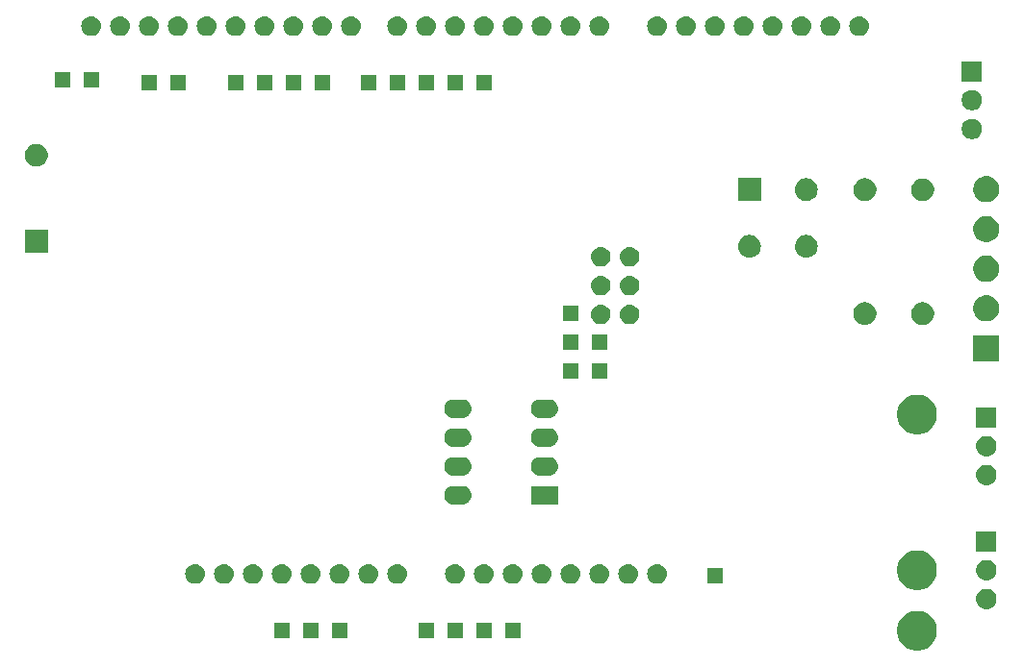
<source format=gbr>
G04 #@! TF.GenerationSoftware,KiCad,Pcbnew,5.1.0-rc1-unknown-3b97961~76~ubuntu16.04.1*
G04 #@! TF.CreationDate,2019-02-18T08:25:30+01:00
G04 #@! TF.ProjectId,jbc_245,6a62635f-3234-4352-9e6b-696361645f70,rev?*
G04 #@! TF.SameCoordinates,Original*
G04 #@! TF.FileFunction,Soldermask,Bot*
G04 #@! TF.FilePolarity,Negative*
%FSLAX46Y46*%
G04 Gerber Fmt 4.6, Leading zero omitted, Abs format (unit mm)*
G04 Created by KiCad (PCBNEW 5.1.0-rc1-unknown-3b97961~76~ubuntu16.04.1) date 2019-02-18 08:25:30*
%MOMM*%
%LPD*%
G04 APERTURE LIST*
%ADD10C,0.100000*%
G04 APERTURE END LIST*
D10*
G36*
X183390473Y-118205193D02*
G01*
X183708963Y-118337116D01*
X183995598Y-118528639D01*
X184239361Y-118772402D01*
X184430884Y-119059037D01*
X184562807Y-119377527D01*
X184630060Y-119715633D01*
X184630060Y-120060367D01*
X184562807Y-120398473D01*
X184430884Y-120716963D01*
X184239361Y-121003598D01*
X183995598Y-121247361D01*
X183708963Y-121438884D01*
X183390473Y-121570807D01*
X183052367Y-121638060D01*
X182707633Y-121638060D01*
X182369527Y-121570807D01*
X182051037Y-121438884D01*
X181764402Y-121247361D01*
X181520639Y-121003598D01*
X181329116Y-120716963D01*
X181197193Y-120398473D01*
X181129940Y-120060367D01*
X181129940Y-119715633D01*
X181197193Y-119377527D01*
X181329116Y-119059037D01*
X181520639Y-118772402D01*
X181764402Y-118528639D01*
X182051037Y-118337116D01*
X182369527Y-118205193D01*
X182707633Y-118137940D01*
X183052367Y-118137940D01*
X183390473Y-118205193D01*
X183390473Y-118205193D01*
G37*
G36*
X140375000Y-120563000D02*
G01*
X139025000Y-120563000D01*
X139025000Y-119213000D01*
X140375000Y-119213000D01*
X140375000Y-120563000D01*
X140375000Y-120563000D01*
G37*
G36*
X142915000Y-120563000D02*
G01*
X141565000Y-120563000D01*
X141565000Y-119213000D01*
X142915000Y-119213000D01*
X142915000Y-120563000D01*
X142915000Y-120563000D01*
G37*
G36*
X145455000Y-120563000D02*
G01*
X144105000Y-120563000D01*
X144105000Y-119213000D01*
X145455000Y-119213000D01*
X145455000Y-120563000D01*
X145455000Y-120563000D01*
G37*
G36*
X132755000Y-120563000D02*
G01*
X131405000Y-120563000D01*
X131405000Y-119213000D01*
X132755000Y-119213000D01*
X132755000Y-120563000D01*
X132755000Y-120563000D01*
G37*
G36*
X127675000Y-120563000D02*
G01*
X126325000Y-120563000D01*
X126325000Y-119213000D01*
X127675000Y-119213000D01*
X127675000Y-120563000D01*
X127675000Y-120563000D01*
G37*
G36*
X130215000Y-120563000D02*
G01*
X128865000Y-120563000D01*
X128865000Y-119213000D01*
X130215000Y-119213000D01*
X130215000Y-120563000D01*
X130215000Y-120563000D01*
G37*
G36*
X147995000Y-120563000D02*
G01*
X146645000Y-120563000D01*
X146645000Y-119213000D01*
X147995000Y-119213000D01*
X147995000Y-120563000D01*
X147995000Y-120563000D01*
G37*
G36*
X189152427Y-116207022D02*
G01*
X189152430Y-116207023D01*
X189152431Y-116207023D01*
X189322081Y-116258486D01*
X189322083Y-116258487D01*
X189322086Y-116258488D01*
X189478431Y-116342056D01*
X189615475Y-116454525D01*
X189727944Y-116591569D01*
X189811512Y-116747914D01*
X189862978Y-116917573D01*
X189880354Y-117094000D01*
X189862978Y-117270427D01*
X189811512Y-117440086D01*
X189727944Y-117596431D01*
X189615475Y-117733475D01*
X189478431Y-117845944D01*
X189322086Y-117929512D01*
X189322083Y-117929513D01*
X189322081Y-117929514D01*
X189152431Y-117980977D01*
X189152430Y-117980977D01*
X189152427Y-117980978D01*
X189020211Y-117994000D01*
X188931789Y-117994000D01*
X188799573Y-117980978D01*
X188799570Y-117980977D01*
X188799569Y-117980977D01*
X188629919Y-117929514D01*
X188629917Y-117929513D01*
X188629914Y-117929512D01*
X188473569Y-117845944D01*
X188336525Y-117733475D01*
X188224056Y-117596431D01*
X188140488Y-117440086D01*
X188089022Y-117270427D01*
X188071646Y-117094000D01*
X188089022Y-116917573D01*
X188140488Y-116747914D01*
X188224056Y-116591569D01*
X188336525Y-116454525D01*
X188473569Y-116342056D01*
X188629914Y-116258488D01*
X188629917Y-116258487D01*
X188629919Y-116258486D01*
X188799569Y-116207023D01*
X188799570Y-116207023D01*
X188799573Y-116207022D01*
X188931789Y-116194000D01*
X189020211Y-116194000D01*
X189152427Y-116207022D01*
X189152427Y-116207022D01*
G37*
G36*
X183390473Y-112871193D02*
G01*
X183708963Y-113003116D01*
X183995598Y-113194639D01*
X184239361Y-113438402D01*
X184430884Y-113725037D01*
X184562807Y-114043527D01*
X184630060Y-114381633D01*
X184630060Y-114726367D01*
X184562807Y-115064473D01*
X184430884Y-115382963D01*
X184239361Y-115669598D01*
X183995598Y-115913361D01*
X183708963Y-116104884D01*
X183390473Y-116236807D01*
X183052367Y-116304060D01*
X182707633Y-116304060D01*
X182369527Y-116236807D01*
X182051037Y-116104884D01*
X181764402Y-115913361D01*
X181520639Y-115669598D01*
X181329116Y-115382963D01*
X181197193Y-115064473D01*
X181129940Y-114726367D01*
X181129940Y-114381633D01*
X181197193Y-114043527D01*
X181329116Y-113725037D01*
X181520639Y-113438402D01*
X181764402Y-113194639D01*
X182051037Y-113003116D01*
X182369527Y-112871193D01*
X182707633Y-112803940D01*
X183052367Y-112803940D01*
X183390473Y-112871193D01*
X183390473Y-112871193D01*
G37*
G36*
X142320712Y-114023566D02*
G01*
X142405295Y-114031897D01*
X142568084Y-114081279D01*
X142568087Y-114081280D01*
X142718107Y-114161467D01*
X142718108Y-114161468D01*
X142718112Y-114161470D01*
X142849612Y-114269389D01*
X142957531Y-114400889D01*
X142957533Y-114400893D01*
X142957534Y-114400894D01*
X143037721Y-114550914D01*
X143037722Y-114550917D01*
X143087104Y-114713706D01*
X143103778Y-114883001D01*
X143087104Y-115052296D01*
X143044277Y-115193475D01*
X143037721Y-115215088D01*
X142957534Y-115365108D01*
X142957531Y-115365113D01*
X142849612Y-115496613D01*
X142718112Y-115604532D01*
X142718108Y-115604534D01*
X142718107Y-115604535D01*
X142568087Y-115684722D01*
X142568084Y-115684723D01*
X142405295Y-115734105D01*
X142320712Y-115742436D01*
X142278421Y-115746601D01*
X142193579Y-115746601D01*
X142151288Y-115742436D01*
X142066705Y-115734105D01*
X141903916Y-115684723D01*
X141903913Y-115684722D01*
X141753893Y-115604535D01*
X141753892Y-115604534D01*
X141753888Y-115604532D01*
X141622388Y-115496613D01*
X141514469Y-115365113D01*
X141514466Y-115365108D01*
X141434279Y-115215088D01*
X141427723Y-115193475D01*
X141384896Y-115052296D01*
X141368222Y-114883001D01*
X141384896Y-114713706D01*
X141434278Y-114550917D01*
X141434279Y-114550914D01*
X141514466Y-114400894D01*
X141514467Y-114400893D01*
X141514469Y-114400889D01*
X141622388Y-114269389D01*
X141753888Y-114161470D01*
X141753892Y-114161468D01*
X141753893Y-114161467D01*
X141903913Y-114081280D01*
X141903916Y-114081279D01*
X142066705Y-114031897D01*
X142151288Y-114023566D01*
X142193579Y-114019401D01*
X142278421Y-114019401D01*
X142320712Y-114023566D01*
X142320712Y-114023566D01*
G37*
G36*
X160100712Y-114023566D02*
G01*
X160185295Y-114031897D01*
X160348084Y-114081279D01*
X160348087Y-114081280D01*
X160498107Y-114161467D01*
X160498108Y-114161468D01*
X160498112Y-114161470D01*
X160629612Y-114269389D01*
X160737531Y-114400889D01*
X160737533Y-114400893D01*
X160737534Y-114400894D01*
X160817721Y-114550914D01*
X160817722Y-114550917D01*
X160867104Y-114713706D01*
X160883778Y-114883001D01*
X160867104Y-115052296D01*
X160824277Y-115193475D01*
X160817721Y-115215088D01*
X160737534Y-115365108D01*
X160737531Y-115365113D01*
X160629612Y-115496613D01*
X160498112Y-115604532D01*
X160498108Y-115604534D01*
X160498107Y-115604535D01*
X160348087Y-115684722D01*
X160348084Y-115684723D01*
X160185295Y-115734105D01*
X160100712Y-115742436D01*
X160058421Y-115746601D01*
X159973579Y-115746601D01*
X159931288Y-115742436D01*
X159846705Y-115734105D01*
X159683916Y-115684723D01*
X159683913Y-115684722D01*
X159533893Y-115604535D01*
X159533892Y-115604534D01*
X159533888Y-115604532D01*
X159402388Y-115496613D01*
X159294469Y-115365113D01*
X159294466Y-115365108D01*
X159214279Y-115215088D01*
X159207723Y-115193475D01*
X159164896Y-115052296D01*
X159148222Y-114883001D01*
X159164896Y-114713706D01*
X159214278Y-114550917D01*
X159214279Y-114550914D01*
X159294466Y-114400894D01*
X159294467Y-114400893D01*
X159294469Y-114400889D01*
X159402388Y-114269389D01*
X159533888Y-114161470D01*
X159533892Y-114161468D01*
X159533893Y-114161467D01*
X159683913Y-114081280D01*
X159683916Y-114081279D01*
X159846705Y-114031897D01*
X159931288Y-114023566D01*
X159973579Y-114019401D01*
X160058421Y-114019401D01*
X160100712Y-114023566D01*
X160100712Y-114023566D01*
G37*
G36*
X157560712Y-114023566D02*
G01*
X157645295Y-114031897D01*
X157808084Y-114081279D01*
X157808087Y-114081280D01*
X157958107Y-114161467D01*
X157958108Y-114161468D01*
X157958112Y-114161470D01*
X158089612Y-114269389D01*
X158197531Y-114400889D01*
X158197533Y-114400893D01*
X158197534Y-114400894D01*
X158277721Y-114550914D01*
X158277722Y-114550917D01*
X158327104Y-114713706D01*
X158343778Y-114883001D01*
X158327104Y-115052296D01*
X158284277Y-115193475D01*
X158277721Y-115215088D01*
X158197534Y-115365108D01*
X158197531Y-115365113D01*
X158089612Y-115496613D01*
X157958112Y-115604532D01*
X157958108Y-115604534D01*
X157958107Y-115604535D01*
X157808087Y-115684722D01*
X157808084Y-115684723D01*
X157645295Y-115734105D01*
X157560712Y-115742436D01*
X157518421Y-115746601D01*
X157433579Y-115746601D01*
X157391288Y-115742436D01*
X157306705Y-115734105D01*
X157143916Y-115684723D01*
X157143913Y-115684722D01*
X156993893Y-115604535D01*
X156993892Y-115604534D01*
X156993888Y-115604532D01*
X156862388Y-115496613D01*
X156754469Y-115365113D01*
X156754466Y-115365108D01*
X156674279Y-115215088D01*
X156667723Y-115193475D01*
X156624896Y-115052296D01*
X156608222Y-114883001D01*
X156624896Y-114713706D01*
X156674278Y-114550917D01*
X156674279Y-114550914D01*
X156754466Y-114400894D01*
X156754467Y-114400893D01*
X156754469Y-114400889D01*
X156862388Y-114269389D01*
X156993888Y-114161470D01*
X156993892Y-114161468D01*
X156993893Y-114161467D01*
X157143913Y-114081280D01*
X157143916Y-114081279D01*
X157306705Y-114031897D01*
X157391288Y-114023566D01*
X157433579Y-114019401D01*
X157518421Y-114019401D01*
X157560712Y-114023566D01*
X157560712Y-114023566D01*
G37*
G36*
X155020712Y-114023566D02*
G01*
X155105295Y-114031897D01*
X155268084Y-114081279D01*
X155268087Y-114081280D01*
X155418107Y-114161467D01*
X155418108Y-114161468D01*
X155418112Y-114161470D01*
X155549612Y-114269389D01*
X155657531Y-114400889D01*
X155657533Y-114400893D01*
X155657534Y-114400894D01*
X155737721Y-114550914D01*
X155737722Y-114550917D01*
X155787104Y-114713706D01*
X155803778Y-114883001D01*
X155787104Y-115052296D01*
X155744277Y-115193475D01*
X155737721Y-115215088D01*
X155657534Y-115365108D01*
X155657531Y-115365113D01*
X155549612Y-115496613D01*
X155418112Y-115604532D01*
X155418108Y-115604534D01*
X155418107Y-115604535D01*
X155268087Y-115684722D01*
X155268084Y-115684723D01*
X155105295Y-115734105D01*
X155020712Y-115742436D01*
X154978421Y-115746601D01*
X154893579Y-115746601D01*
X154851288Y-115742436D01*
X154766705Y-115734105D01*
X154603916Y-115684723D01*
X154603913Y-115684722D01*
X154453893Y-115604535D01*
X154453892Y-115604534D01*
X154453888Y-115604532D01*
X154322388Y-115496613D01*
X154214469Y-115365113D01*
X154214466Y-115365108D01*
X154134279Y-115215088D01*
X154127723Y-115193475D01*
X154084896Y-115052296D01*
X154068222Y-114883001D01*
X154084896Y-114713706D01*
X154134278Y-114550917D01*
X154134279Y-114550914D01*
X154214466Y-114400894D01*
X154214467Y-114400893D01*
X154214469Y-114400889D01*
X154322388Y-114269389D01*
X154453888Y-114161470D01*
X154453892Y-114161468D01*
X154453893Y-114161467D01*
X154603913Y-114081280D01*
X154603916Y-114081279D01*
X154766705Y-114031897D01*
X154851288Y-114023566D01*
X154893579Y-114019401D01*
X154978421Y-114019401D01*
X155020712Y-114023566D01*
X155020712Y-114023566D01*
G37*
G36*
X152480712Y-114023566D02*
G01*
X152565295Y-114031897D01*
X152728084Y-114081279D01*
X152728087Y-114081280D01*
X152878107Y-114161467D01*
X152878108Y-114161468D01*
X152878112Y-114161470D01*
X153009612Y-114269389D01*
X153117531Y-114400889D01*
X153117533Y-114400893D01*
X153117534Y-114400894D01*
X153197721Y-114550914D01*
X153197722Y-114550917D01*
X153247104Y-114713706D01*
X153263778Y-114883001D01*
X153247104Y-115052296D01*
X153204277Y-115193475D01*
X153197721Y-115215088D01*
X153117534Y-115365108D01*
X153117531Y-115365113D01*
X153009612Y-115496613D01*
X152878112Y-115604532D01*
X152878108Y-115604534D01*
X152878107Y-115604535D01*
X152728087Y-115684722D01*
X152728084Y-115684723D01*
X152565295Y-115734105D01*
X152480712Y-115742436D01*
X152438421Y-115746601D01*
X152353579Y-115746601D01*
X152311288Y-115742436D01*
X152226705Y-115734105D01*
X152063916Y-115684723D01*
X152063913Y-115684722D01*
X151913893Y-115604535D01*
X151913892Y-115604534D01*
X151913888Y-115604532D01*
X151782388Y-115496613D01*
X151674469Y-115365113D01*
X151674466Y-115365108D01*
X151594279Y-115215088D01*
X151587723Y-115193475D01*
X151544896Y-115052296D01*
X151528222Y-114883001D01*
X151544896Y-114713706D01*
X151594278Y-114550917D01*
X151594279Y-114550914D01*
X151674466Y-114400894D01*
X151674467Y-114400893D01*
X151674469Y-114400889D01*
X151782388Y-114269389D01*
X151913888Y-114161470D01*
X151913892Y-114161468D01*
X151913893Y-114161467D01*
X152063913Y-114081280D01*
X152063916Y-114081279D01*
X152226705Y-114031897D01*
X152311288Y-114023566D01*
X152353579Y-114019401D01*
X152438421Y-114019401D01*
X152480712Y-114023566D01*
X152480712Y-114023566D01*
G37*
G36*
X149940712Y-114023566D02*
G01*
X150025295Y-114031897D01*
X150188084Y-114081279D01*
X150188087Y-114081280D01*
X150338107Y-114161467D01*
X150338108Y-114161468D01*
X150338112Y-114161470D01*
X150469612Y-114269389D01*
X150577531Y-114400889D01*
X150577533Y-114400893D01*
X150577534Y-114400894D01*
X150657721Y-114550914D01*
X150657722Y-114550917D01*
X150707104Y-114713706D01*
X150723778Y-114883001D01*
X150707104Y-115052296D01*
X150664277Y-115193475D01*
X150657721Y-115215088D01*
X150577534Y-115365108D01*
X150577531Y-115365113D01*
X150469612Y-115496613D01*
X150338112Y-115604532D01*
X150338108Y-115604534D01*
X150338107Y-115604535D01*
X150188087Y-115684722D01*
X150188084Y-115684723D01*
X150025295Y-115734105D01*
X149940712Y-115742436D01*
X149898421Y-115746601D01*
X149813579Y-115746601D01*
X149771288Y-115742436D01*
X149686705Y-115734105D01*
X149523916Y-115684723D01*
X149523913Y-115684722D01*
X149373893Y-115604535D01*
X149373892Y-115604534D01*
X149373888Y-115604532D01*
X149242388Y-115496613D01*
X149134469Y-115365113D01*
X149134466Y-115365108D01*
X149054279Y-115215088D01*
X149047723Y-115193475D01*
X149004896Y-115052296D01*
X148988222Y-114883001D01*
X149004896Y-114713706D01*
X149054278Y-114550917D01*
X149054279Y-114550914D01*
X149134466Y-114400894D01*
X149134467Y-114400893D01*
X149134469Y-114400889D01*
X149242388Y-114269389D01*
X149373888Y-114161470D01*
X149373892Y-114161468D01*
X149373893Y-114161467D01*
X149523913Y-114081280D01*
X149523916Y-114081279D01*
X149686705Y-114031897D01*
X149771288Y-114023566D01*
X149813579Y-114019401D01*
X149898421Y-114019401D01*
X149940712Y-114023566D01*
X149940712Y-114023566D01*
G37*
G36*
X147400712Y-114023566D02*
G01*
X147485295Y-114031897D01*
X147648084Y-114081279D01*
X147648087Y-114081280D01*
X147798107Y-114161467D01*
X147798108Y-114161468D01*
X147798112Y-114161470D01*
X147929612Y-114269389D01*
X148037531Y-114400889D01*
X148037533Y-114400893D01*
X148037534Y-114400894D01*
X148117721Y-114550914D01*
X148117722Y-114550917D01*
X148167104Y-114713706D01*
X148183778Y-114883001D01*
X148167104Y-115052296D01*
X148124277Y-115193475D01*
X148117721Y-115215088D01*
X148037534Y-115365108D01*
X148037531Y-115365113D01*
X147929612Y-115496613D01*
X147798112Y-115604532D01*
X147798108Y-115604534D01*
X147798107Y-115604535D01*
X147648087Y-115684722D01*
X147648084Y-115684723D01*
X147485295Y-115734105D01*
X147400712Y-115742436D01*
X147358421Y-115746601D01*
X147273579Y-115746601D01*
X147231288Y-115742436D01*
X147146705Y-115734105D01*
X146983916Y-115684723D01*
X146983913Y-115684722D01*
X146833893Y-115604535D01*
X146833892Y-115604534D01*
X146833888Y-115604532D01*
X146702388Y-115496613D01*
X146594469Y-115365113D01*
X146594466Y-115365108D01*
X146514279Y-115215088D01*
X146507723Y-115193475D01*
X146464896Y-115052296D01*
X146448222Y-114883001D01*
X146464896Y-114713706D01*
X146514278Y-114550917D01*
X146514279Y-114550914D01*
X146594466Y-114400894D01*
X146594467Y-114400893D01*
X146594469Y-114400889D01*
X146702388Y-114269389D01*
X146833888Y-114161470D01*
X146833892Y-114161468D01*
X146833893Y-114161467D01*
X146983913Y-114081280D01*
X146983916Y-114081279D01*
X147146705Y-114031897D01*
X147231288Y-114023566D01*
X147273579Y-114019401D01*
X147358421Y-114019401D01*
X147400712Y-114023566D01*
X147400712Y-114023566D01*
G37*
G36*
X144860712Y-114023566D02*
G01*
X144945295Y-114031897D01*
X145108084Y-114081279D01*
X145108087Y-114081280D01*
X145258107Y-114161467D01*
X145258108Y-114161468D01*
X145258112Y-114161470D01*
X145389612Y-114269389D01*
X145497531Y-114400889D01*
X145497533Y-114400893D01*
X145497534Y-114400894D01*
X145577721Y-114550914D01*
X145577722Y-114550917D01*
X145627104Y-114713706D01*
X145643778Y-114883001D01*
X145627104Y-115052296D01*
X145584277Y-115193475D01*
X145577721Y-115215088D01*
X145497534Y-115365108D01*
X145497531Y-115365113D01*
X145389612Y-115496613D01*
X145258112Y-115604532D01*
X145258108Y-115604534D01*
X145258107Y-115604535D01*
X145108087Y-115684722D01*
X145108084Y-115684723D01*
X144945295Y-115734105D01*
X144860712Y-115742436D01*
X144818421Y-115746601D01*
X144733579Y-115746601D01*
X144691288Y-115742436D01*
X144606705Y-115734105D01*
X144443916Y-115684723D01*
X144443913Y-115684722D01*
X144293893Y-115604535D01*
X144293892Y-115604534D01*
X144293888Y-115604532D01*
X144162388Y-115496613D01*
X144054469Y-115365113D01*
X144054466Y-115365108D01*
X143974279Y-115215088D01*
X143967723Y-115193475D01*
X143924896Y-115052296D01*
X143908222Y-114883001D01*
X143924896Y-114713706D01*
X143974278Y-114550917D01*
X143974279Y-114550914D01*
X144054466Y-114400894D01*
X144054467Y-114400893D01*
X144054469Y-114400889D01*
X144162388Y-114269389D01*
X144293888Y-114161470D01*
X144293892Y-114161468D01*
X144293893Y-114161467D01*
X144443913Y-114081280D01*
X144443916Y-114081279D01*
X144606705Y-114031897D01*
X144691288Y-114023566D01*
X144733579Y-114019401D01*
X144818421Y-114019401D01*
X144860712Y-114023566D01*
X144860712Y-114023566D01*
G37*
G36*
X137240712Y-114023566D02*
G01*
X137325295Y-114031897D01*
X137488084Y-114081279D01*
X137488087Y-114081280D01*
X137638107Y-114161467D01*
X137638108Y-114161468D01*
X137638112Y-114161470D01*
X137769612Y-114269389D01*
X137877531Y-114400889D01*
X137877533Y-114400893D01*
X137877534Y-114400894D01*
X137957721Y-114550914D01*
X137957722Y-114550917D01*
X138007104Y-114713706D01*
X138023778Y-114883001D01*
X138007104Y-115052296D01*
X137964277Y-115193475D01*
X137957721Y-115215088D01*
X137877534Y-115365108D01*
X137877531Y-115365113D01*
X137769612Y-115496613D01*
X137638112Y-115604532D01*
X137638108Y-115604534D01*
X137638107Y-115604535D01*
X137488087Y-115684722D01*
X137488084Y-115684723D01*
X137325295Y-115734105D01*
X137240712Y-115742436D01*
X137198421Y-115746601D01*
X137113579Y-115746601D01*
X137071288Y-115742436D01*
X136986705Y-115734105D01*
X136823916Y-115684723D01*
X136823913Y-115684722D01*
X136673893Y-115604535D01*
X136673892Y-115604534D01*
X136673888Y-115604532D01*
X136542388Y-115496613D01*
X136434469Y-115365113D01*
X136434466Y-115365108D01*
X136354279Y-115215088D01*
X136347723Y-115193475D01*
X136304896Y-115052296D01*
X136288222Y-114883001D01*
X136304896Y-114713706D01*
X136354278Y-114550917D01*
X136354279Y-114550914D01*
X136434466Y-114400894D01*
X136434467Y-114400893D01*
X136434469Y-114400889D01*
X136542388Y-114269389D01*
X136673888Y-114161470D01*
X136673892Y-114161468D01*
X136673893Y-114161467D01*
X136823913Y-114081280D01*
X136823916Y-114081279D01*
X136986705Y-114031897D01*
X137071288Y-114023566D01*
X137113579Y-114019401D01*
X137198421Y-114019401D01*
X137240712Y-114023566D01*
X137240712Y-114023566D01*
G37*
G36*
X134700712Y-114023566D02*
G01*
X134785295Y-114031897D01*
X134948084Y-114081279D01*
X134948087Y-114081280D01*
X135098107Y-114161467D01*
X135098108Y-114161468D01*
X135098112Y-114161470D01*
X135229612Y-114269389D01*
X135337531Y-114400889D01*
X135337533Y-114400893D01*
X135337534Y-114400894D01*
X135417721Y-114550914D01*
X135417722Y-114550917D01*
X135467104Y-114713706D01*
X135483778Y-114883001D01*
X135467104Y-115052296D01*
X135424277Y-115193475D01*
X135417721Y-115215088D01*
X135337534Y-115365108D01*
X135337531Y-115365113D01*
X135229612Y-115496613D01*
X135098112Y-115604532D01*
X135098108Y-115604534D01*
X135098107Y-115604535D01*
X134948087Y-115684722D01*
X134948084Y-115684723D01*
X134785295Y-115734105D01*
X134700712Y-115742436D01*
X134658421Y-115746601D01*
X134573579Y-115746601D01*
X134531288Y-115742436D01*
X134446705Y-115734105D01*
X134283916Y-115684723D01*
X134283913Y-115684722D01*
X134133893Y-115604535D01*
X134133892Y-115604534D01*
X134133888Y-115604532D01*
X134002388Y-115496613D01*
X133894469Y-115365113D01*
X133894466Y-115365108D01*
X133814279Y-115215088D01*
X133807723Y-115193475D01*
X133764896Y-115052296D01*
X133748222Y-114883001D01*
X133764896Y-114713706D01*
X133814278Y-114550917D01*
X133814279Y-114550914D01*
X133894466Y-114400894D01*
X133894467Y-114400893D01*
X133894469Y-114400889D01*
X134002388Y-114269389D01*
X134133888Y-114161470D01*
X134133892Y-114161468D01*
X134133893Y-114161467D01*
X134283913Y-114081280D01*
X134283916Y-114081279D01*
X134446705Y-114031897D01*
X134531288Y-114023566D01*
X134573579Y-114019401D01*
X134658421Y-114019401D01*
X134700712Y-114023566D01*
X134700712Y-114023566D01*
G37*
G36*
X129620712Y-114023566D02*
G01*
X129705295Y-114031897D01*
X129868084Y-114081279D01*
X129868087Y-114081280D01*
X130018107Y-114161467D01*
X130018108Y-114161468D01*
X130018112Y-114161470D01*
X130149612Y-114269389D01*
X130257531Y-114400889D01*
X130257533Y-114400893D01*
X130257534Y-114400894D01*
X130337721Y-114550914D01*
X130337722Y-114550917D01*
X130387104Y-114713706D01*
X130403778Y-114883001D01*
X130387104Y-115052296D01*
X130344277Y-115193475D01*
X130337721Y-115215088D01*
X130257534Y-115365108D01*
X130257531Y-115365113D01*
X130149612Y-115496613D01*
X130018112Y-115604532D01*
X130018108Y-115604534D01*
X130018107Y-115604535D01*
X129868087Y-115684722D01*
X129868084Y-115684723D01*
X129705295Y-115734105D01*
X129620712Y-115742436D01*
X129578421Y-115746601D01*
X129493579Y-115746601D01*
X129451288Y-115742436D01*
X129366705Y-115734105D01*
X129203916Y-115684723D01*
X129203913Y-115684722D01*
X129053893Y-115604535D01*
X129053892Y-115604534D01*
X129053888Y-115604532D01*
X128922388Y-115496613D01*
X128814469Y-115365113D01*
X128814466Y-115365108D01*
X128734279Y-115215088D01*
X128727723Y-115193475D01*
X128684896Y-115052296D01*
X128668222Y-114883001D01*
X128684896Y-114713706D01*
X128734278Y-114550917D01*
X128734279Y-114550914D01*
X128814466Y-114400894D01*
X128814467Y-114400893D01*
X128814469Y-114400889D01*
X128922388Y-114269389D01*
X129053888Y-114161470D01*
X129053892Y-114161468D01*
X129053893Y-114161467D01*
X129203913Y-114081280D01*
X129203916Y-114081279D01*
X129366705Y-114031897D01*
X129451288Y-114023566D01*
X129493579Y-114019401D01*
X129578421Y-114019401D01*
X129620712Y-114023566D01*
X129620712Y-114023566D01*
G37*
G36*
X127080712Y-114023566D02*
G01*
X127165295Y-114031897D01*
X127328084Y-114081279D01*
X127328087Y-114081280D01*
X127478107Y-114161467D01*
X127478108Y-114161468D01*
X127478112Y-114161470D01*
X127609612Y-114269389D01*
X127717531Y-114400889D01*
X127717533Y-114400893D01*
X127717534Y-114400894D01*
X127797721Y-114550914D01*
X127797722Y-114550917D01*
X127847104Y-114713706D01*
X127863778Y-114883001D01*
X127847104Y-115052296D01*
X127804277Y-115193475D01*
X127797721Y-115215088D01*
X127717534Y-115365108D01*
X127717531Y-115365113D01*
X127609612Y-115496613D01*
X127478112Y-115604532D01*
X127478108Y-115604534D01*
X127478107Y-115604535D01*
X127328087Y-115684722D01*
X127328084Y-115684723D01*
X127165295Y-115734105D01*
X127080712Y-115742436D01*
X127038421Y-115746601D01*
X126953579Y-115746601D01*
X126911288Y-115742436D01*
X126826705Y-115734105D01*
X126663916Y-115684723D01*
X126663913Y-115684722D01*
X126513893Y-115604535D01*
X126513892Y-115604534D01*
X126513888Y-115604532D01*
X126382388Y-115496613D01*
X126274469Y-115365113D01*
X126274466Y-115365108D01*
X126194279Y-115215088D01*
X126187723Y-115193475D01*
X126144896Y-115052296D01*
X126128222Y-114883001D01*
X126144896Y-114713706D01*
X126194278Y-114550917D01*
X126194279Y-114550914D01*
X126274466Y-114400894D01*
X126274467Y-114400893D01*
X126274469Y-114400889D01*
X126382388Y-114269389D01*
X126513888Y-114161470D01*
X126513892Y-114161468D01*
X126513893Y-114161467D01*
X126663913Y-114081280D01*
X126663916Y-114081279D01*
X126826705Y-114031897D01*
X126911288Y-114023566D01*
X126953579Y-114019401D01*
X127038421Y-114019401D01*
X127080712Y-114023566D01*
X127080712Y-114023566D01*
G37*
G36*
X124540712Y-114023566D02*
G01*
X124625295Y-114031897D01*
X124788084Y-114081279D01*
X124788087Y-114081280D01*
X124938107Y-114161467D01*
X124938108Y-114161468D01*
X124938112Y-114161470D01*
X125069612Y-114269389D01*
X125177531Y-114400889D01*
X125177533Y-114400893D01*
X125177534Y-114400894D01*
X125257721Y-114550914D01*
X125257722Y-114550917D01*
X125307104Y-114713706D01*
X125323778Y-114883001D01*
X125307104Y-115052296D01*
X125264277Y-115193475D01*
X125257721Y-115215088D01*
X125177534Y-115365108D01*
X125177531Y-115365113D01*
X125069612Y-115496613D01*
X124938112Y-115604532D01*
X124938108Y-115604534D01*
X124938107Y-115604535D01*
X124788087Y-115684722D01*
X124788084Y-115684723D01*
X124625295Y-115734105D01*
X124540712Y-115742436D01*
X124498421Y-115746601D01*
X124413579Y-115746601D01*
X124371288Y-115742436D01*
X124286705Y-115734105D01*
X124123916Y-115684723D01*
X124123913Y-115684722D01*
X123973893Y-115604535D01*
X123973892Y-115604534D01*
X123973888Y-115604532D01*
X123842388Y-115496613D01*
X123734469Y-115365113D01*
X123734466Y-115365108D01*
X123654279Y-115215088D01*
X123647723Y-115193475D01*
X123604896Y-115052296D01*
X123588222Y-114883001D01*
X123604896Y-114713706D01*
X123654278Y-114550917D01*
X123654279Y-114550914D01*
X123734466Y-114400894D01*
X123734467Y-114400893D01*
X123734469Y-114400889D01*
X123842388Y-114269389D01*
X123973888Y-114161470D01*
X123973892Y-114161468D01*
X123973893Y-114161467D01*
X124123913Y-114081280D01*
X124123916Y-114081279D01*
X124286705Y-114031897D01*
X124371288Y-114023566D01*
X124413579Y-114019401D01*
X124498421Y-114019401D01*
X124540712Y-114023566D01*
X124540712Y-114023566D01*
G37*
G36*
X122000712Y-114023566D02*
G01*
X122085295Y-114031897D01*
X122248084Y-114081279D01*
X122248087Y-114081280D01*
X122398107Y-114161467D01*
X122398108Y-114161468D01*
X122398112Y-114161470D01*
X122529612Y-114269389D01*
X122637531Y-114400889D01*
X122637533Y-114400893D01*
X122637534Y-114400894D01*
X122717721Y-114550914D01*
X122717722Y-114550917D01*
X122767104Y-114713706D01*
X122783778Y-114883001D01*
X122767104Y-115052296D01*
X122724277Y-115193475D01*
X122717721Y-115215088D01*
X122637534Y-115365108D01*
X122637531Y-115365113D01*
X122529612Y-115496613D01*
X122398112Y-115604532D01*
X122398108Y-115604534D01*
X122398107Y-115604535D01*
X122248087Y-115684722D01*
X122248084Y-115684723D01*
X122085295Y-115734105D01*
X122000712Y-115742436D01*
X121958421Y-115746601D01*
X121873579Y-115746601D01*
X121831288Y-115742436D01*
X121746705Y-115734105D01*
X121583916Y-115684723D01*
X121583913Y-115684722D01*
X121433893Y-115604535D01*
X121433892Y-115604534D01*
X121433888Y-115604532D01*
X121302388Y-115496613D01*
X121194469Y-115365113D01*
X121194466Y-115365108D01*
X121114279Y-115215088D01*
X121107723Y-115193475D01*
X121064896Y-115052296D01*
X121048222Y-114883001D01*
X121064896Y-114713706D01*
X121114278Y-114550917D01*
X121114279Y-114550914D01*
X121194466Y-114400894D01*
X121194467Y-114400893D01*
X121194469Y-114400889D01*
X121302388Y-114269389D01*
X121433888Y-114161470D01*
X121433892Y-114161468D01*
X121433893Y-114161467D01*
X121583913Y-114081280D01*
X121583916Y-114081279D01*
X121746705Y-114031897D01*
X121831288Y-114023566D01*
X121873579Y-114019401D01*
X121958421Y-114019401D01*
X122000712Y-114023566D01*
X122000712Y-114023566D01*
G37*
G36*
X132160712Y-114023566D02*
G01*
X132245295Y-114031897D01*
X132408084Y-114081279D01*
X132408087Y-114081280D01*
X132558107Y-114161467D01*
X132558108Y-114161468D01*
X132558112Y-114161470D01*
X132689612Y-114269389D01*
X132797531Y-114400889D01*
X132797533Y-114400893D01*
X132797534Y-114400894D01*
X132877721Y-114550914D01*
X132877722Y-114550917D01*
X132927104Y-114713706D01*
X132943778Y-114883001D01*
X132927104Y-115052296D01*
X132884277Y-115193475D01*
X132877721Y-115215088D01*
X132797534Y-115365108D01*
X132797531Y-115365113D01*
X132689612Y-115496613D01*
X132558112Y-115604532D01*
X132558108Y-115604534D01*
X132558107Y-115604535D01*
X132408087Y-115684722D01*
X132408084Y-115684723D01*
X132245295Y-115734105D01*
X132160712Y-115742436D01*
X132118421Y-115746601D01*
X132033579Y-115746601D01*
X131991288Y-115742436D01*
X131906705Y-115734105D01*
X131743916Y-115684723D01*
X131743913Y-115684722D01*
X131593893Y-115604535D01*
X131593892Y-115604534D01*
X131593888Y-115604532D01*
X131462388Y-115496613D01*
X131354469Y-115365113D01*
X131354466Y-115365108D01*
X131274279Y-115215088D01*
X131267723Y-115193475D01*
X131224896Y-115052296D01*
X131208222Y-114883001D01*
X131224896Y-114713706D01*
X131274278Y-114550917D01*
X131274279Y-114550914D01*
X131354466Y-114400894D01*
X131354467Y-114400893D01*
X131354469Y-114400889D01*
X131462388Y-114269389D01*
X131593888Y-114161470D01*
X131593892Y-114161468D01*
X131593893Y-114161467D01*
X131743913Y-114081280D01*
X131743916Y-114081279D01*
X131906705Y-114031897D01*
X131991288Y-114023566D01*
X132033579Y-114019401D01*
X132118421Y-114019401D01*
X132160712Y-114023566D01*
X132160712Y-114023566D01*
G37*
G36*
X119460712Y-114023566D02*
G01*
X119545295Y-114031897D01*
X119708084Y-114081279D01*
X119708087Y-114081280D01*
X119858107Y-114161467D01*
X119858108Y-114161468D01*
X119858112Y-114161470D01*
X119989612Y-114269389D01*
X120097531Y-114400889D01*
X120097533Y-114400893D01*
X120097534Y-114400894D01*
X120177721Y-114550914D01*
X120177722Y-114550917D01*
X120227104Y-114713706D01*
X120243778Y-114883001D01*
X120227104Y-115052296D01*
X120184277Y-115193475D01*
X120177721Y-115215088D01*
X120097534Y-115365108D01*
X120097531Y-115365113D01*
X119989612Y-115496613D01*
X119858112Y-115604532D01*
X119858108Y-115604534D01*
X119858107Y-115604535D01*
X119708087Y-115684722D01*
X119708084Y-115684723D01*
X119545295Y-115734105D01*
X119460712Y-115742436D01*
X119418421Y-115746601D01*
X119333579Y-115746601D01*
X119291288Y-115742436D01*
X119206705Y-115734105D01*
X119043916Y-115684723D01*
X119043913Y-115684722D01*
X118893893Y-115604535D01*
X118893892Y-115604534D01*
X118893888Y-115604532D01*
X118762388Y-115496613D01*
X118654469Y-115365113D01*
X118654466Y-115365108D01*
X118574279Y-115215088D01*
X118567723Y-115193475D01*
X118524896Y-115052296D01*
X118508222Y-114883001D01*
X118524896Y-114713706D01*
X118574278Y-114550917D01*
X118574279Y-114550914D01*
X118654466Y-114400894D01*
X118654467Y-114400893D01*
X118654469Y-114400889D01*
X118762388Y-114269389D01*
X118893888Y-114161470D01*
X118893892Y-114161468D01*
X118893893Y-114161467D01*
X119043913Y-114081280D01*
X119043916Y-114081279D01*
X119206705Y-114031897D01*
X119291288Y-114023566D01*
X119333579Y-114019401D01*
X119418421Y-114019401D01*
X119460712Y-114023566D01*
X119460712Y-114023566D01*
G37*
G36*
X165775000Y-115737000D02*
G01*
X164425000Y-115737000D01*
X164425000Y-114387000D01*
X165775000Y-114387000D01*
X165775000Y-115737000D01*
X165775000Y-115737000D01*
G37*
G36*
X189152427Y-113667022D02*
G01*
X189152430Y-113667023D01*
X189152431Y-113667023D01*
X189322081Y-113718486D01*
X189322083Y-113718487D01*
X189322086Y-113718488D01*
X189478431Y-113802056D01*
X189615475Y-113914525D01*
X189727944Y-114051569D01*
X189811512Y-114207914D01*
X189811513Y-114207917D01*
X189811514Y-114207919D01*
X189830161Y-114269390D01*
X189862978Y-114377573D01*
X189880354Y-114554000D01*
X189862978Y-114730427D01*
X189811512Y-114900086D01*
X189727944Y-115056431D01*
X189615475Y-115193475D01*
X189478431Y-115305944D01*
X189322086Y-115389512D01*
X189322083Y-115389513D01*
X189322081Y-115389514D01*
X189152431Y-115440977D01*
X189152430Y-115440977D01*
X189152427Y-115440978D01*
X189020211Y-115454000D01*
X188931789Y-115454000D01*
X188799573Y-115440978D01*
X188799570Y-115440977D01*
X188799569Y-115440977D01*
X188629919Y-115389514D01*
X188629917Y-115389513D01*
X188629914Y-115389512D01*
X188473569Y-115305944D01*
X188336525Y-115193475D01*
X188224056Y-115056431D01*
X188140488Y-114900086D01*
X188089022Y-114730427D01*
X188071646Y-114554000D01*
X188089022Y-114377573D01*
X188121839Y-114269390D01*
X188140486Y-114207919D01*
X188140487Y-114207917D01*
X188140488Y-114207914D01*
X188224056Y-114051569D01*
X188336525Y-113914525D01*
X188473569Y-113802056D01*
X188629914Y-113718488D01*
X188629917Y-113718487D01*
X188629919Y-113718486D01*
X188799569Y-113667023D01*
X188799570Y-113667023D01*
X188799573Y-113667022D01*
X188931789Y-113654000D01*
X189020211Y-113654000D01*
X189152427Y-113667022D01*
X189152427Y-113667022D01*
G37*
G36*
X189876000Y-112914000D02*
G01*
X188076000Y-112914000D01*
X188076000Y-111114000D01*
X189876000Y-111114000D01*
X189876000Y-112914000D01*
X189876000Y-112914000D01*
G37*
G36*
X142972471Y-107153859D02*
G01*
X143050827Y-107161576D01*
X143201628Y-107207321D01*
X143201630Y-107207322D01*
X143340605Y-107281606D01*
X143340607Y-107281607D01*
X143340606Y-107281607D01*
X143462422Y-107381578D01*
X143562393Y-107503394D01*
X143636679Y-107642372D01*
X143682424Y-107793173D01*
X143697870Y-107950000D01*
X143682424Y-108106827D01*
X143636679Y-108257628D01*
X143636678Y-108257630D01*
X143562394Y-108396605D01*
X143462422Y-108518422D01*
X143340605Y-108618394D01*
X143201630Y-108692678D01*
X143201628Y-108692679D01*
X143050827Y-108738424D01*
X142972471Y-108746141D01*
X142933294Y-108750000D01*
X142054706Y-108750000D01*
X142015529Y-108746141D01*
X141937173Y-108738424D01*
X141786372Y-108692679D01*
X141786370Y-108692678D01*
X141647395Y-108618394D01*
X141525578Y-108518422D01*
X141425606Y-108396605D01*
X141351322Y-108257630D01*
X141351321Y-108257628D01*
X141305576Y-108106827D01*
X141290130Y-107950000D01*
X141305576Y-107793173D01*
X141351321Y-107642372D01*
X141425607Y-107503394D01*
X141525578Y-107381578D01*
X141647394Y-107281607D01*
X141647393Y-107281607D01*
X141647395Y-107281606D01*
X141786370Y-107207322D01*
X141786372Y-107207321D01*
X141937173Y-107161576D01*
X142015529Y-107153859D01*
X142054706Y-107150000D01*
X142933294Y-107150000D01*
X142972471Y-107153859D01*
X142972471Y-107153859D01*
G37*
G36*
X151314000Y-108750000D02*
G01*
X148914000Y-108750000D01*
X148914000Y-107150000D01*
X151314000Y-107150000D01*
X151314000Y-108750000D01*
X151314000Y-108750000D01*
G37*
G36*
X189152427Y-105285022D02*
G01*
X189152430Y-105285023D01*
X189152431Y-105285023D01*
X189322081Y-105336486D01*
X189322083Y-105336487D01*
X189322086Y-105336488D01*
X189478431Y-105420056D01*
X189615475Y-105532525D01*
X189727944Y-105669569D01*
X189811512Y-105825914D01*
X189811513Y-105825917D01*
X189811514Y-105825919D01*
X189857775Y-105978422D01*
X189862978Y-105995573D01*
X189880354Y-106172000D01*
X189862978Y-106348427D01*
X189811512Y-106518086D01*
X189727944Y-106674431D01*
X189615475Y-106811475D01*
X189478431Y-106923944D01*
X189322086Y-107007512D01*
X189322083Y-107007513D01*
X189322081Y-107007514D01*
X189152431Y-107058977D01*
X189152430Y-107058977D01*
X189152427Y-107058978D01*
X189020211Y-107072000D01*
X188931789Y-107072000D01*
X188799573Y-107058978D01*
X188799570Y-107058977D01*
X188799569Y-107058977D01*
X188629919Y-107007514D01*
X188629917Y-107007513D01*
X188629914Y-107007512D01*
X188473569Y-106923944D01*
X188336525Y-106811475D01*
X188224056Y-106674431D01*
X188140488Y-106518086D01*
X188089022Y-106348427D01*
X188071646Y-106172000D01*
X188089022Y-105995573D01*
X188094225Y-105978422D01*
X188140486Y-105825919D01*
X188140487Y-105825917D01*
X188140488Y-105825914D01*
X188224056Y-105669569D01*
X188336525Y-105532525D01*
X188473569Y-105420056D01*
X188629914Y-105336488D01*
X188629917Y-105336487D01*
X188629919Y-105336486D01*
X188799569Y-105285023D01*
X188799570Y-105285023D01*
X188799573Y-105285022D01*
X188931789Y-105272000D01*
X189020211Y-105272000D01*
X189152427Y-105285022D01*
X189152427Y-105285022D01*
G37*
G36*
X142972471Y-104613859D02*
G01*
X143050827Y-104621576D01*
X143201628Y-104667321D01*
X143201630Y-104667322D01*
X143340605Y-104741606D01*
X143340607Y-104741607D01*
X143340606Y-104741607D01*
X143462422Y-104841578D01*
X143562393Y-104963394D01*
X143636679Y-105102372D01*
X143682424Y-105253173D01*
X143697870Y-105410000D01*
X143682424Y-105566827D01*
X143636679Y-105717628D01*
X143636678Y-105717630D01*
X143562394Y-105856605D01*
X143462422Y-105978422D01*
X143340605Y-106078394D01*
X143201630Y-106152678D01*
X143201628Y-106152679D01*
X143050827Y-106198424D01*
X142972471Y-106206141D01*
X142933294Y-106210000D01*
X142054706Y-106210000D01*
X142015529Y-106206141D01*
X141937173Y-106198424D01*
X141786372Y-106152679D01*
X141786370Y-106152678D01*
X141647395Y-106078394D01*
X141525578Y-105978422D01*
X141425606Y-105856605D01*
X141351322Y-105717630D01*
X141351321Y-105717628D01*
X141305576Y-105566827D01*
X141290130Y-105410000D01*
X141305576Y-105253173D01*
X141351321Y-105102372D01*
X141425607Y-104963394D01*
X141525578Y-104841578D01*
X141647394Y-104741607D01*
X141647393Y-104741607D01*
X141647395Y-104741606D01*
X141786370Y-104667322D01*
X141786372Y-104667321D01*
X141937173Y-104621576D01*
X142015529Y-104613859D01*
X142054706Y-104610000D01*
X142933294Y-104610000D01*
X142972471Y-104613859D01*
X142972471Y-104613859D01*
G37*
G36*
X150592471Y-104613859D02*
G01*
X150670827Y-104621576D01*
X150821628Y-104667321D01*
X150821630Y-104667322D01*
X150960605Y-104741606D01*
X150960607Y-104741607D01*
X150960606Y-104741607D01*
X151082422Y-104841578D01*
X151182393Y-104963394D01*
X151256679Y-105102372D01*
X151302424Y-105253173D01*
X151317870Y-105410000D01*
X151302424Y-105566827D01*
X151256679Y-105717628D01*
X151256678Y-105717630D01*
X151182394Y-105856605D01*
X151082422Y-105978422D01*
X150960605Y-106078394D01*
X150821630Y-106152678D01*
X150821628Y-106152679D01*
X150670827Y-106198424D01*
X150592471Y-106206141D01*
X150553294Y-106210000D01*
X149674706Y-106210000D01*
X149635529Y-106206141D01*
X149557173Y-106198424D01*
X149406372Y-106152679D01*
X149406370Y-106152678D01*
X149267395Y-106078394D01*
X149145578Y-105978422D01*
X149045606Y-105856605D01*
X148971322Y-105717630D01*
X148971321Y-105717628D01*
X148925576Y-105566827D01*
X148910130Y-105410000D01*
X148925576Y-105253173D01*
X148971321Y-105102372D01*
X149045607Y-104963394D01*
X149145578Y-104841578D01*
X149267394Y-104741607D01*
X149267393Y-104741607D01*
X149267395Y-104741606D01*
X149406370Y-104667322D01*
X149406372Y-104667321D01*
X149557173Y-104621576D01*
X149635529Y-104613859D01*
X149674706Y-104610000D01*
X150553294Y-104610000D01*
X150592471Y-104613859D01*
X150592471Y-104613859D01*
G37*
G36*
X189152427Y-102745022D02*
G01*
X189152430Y-102745023D01*
X189152431Y-102745023D01*
X189322081Y-102796486D01*
X189322083Y-102796487D01*
X189322086Y-102796488D01*
X189478431Y-102880056D01*
X189615475Y-102992525D01*
X189727944Y-103129569D01*
X189811512Y-103285914D01*
X189811513Y-103285917D01*
X189811514Y-103285919D01*
X189857775Y-103438422D01*
X189862978Y-103455573D01*
X189880354Y-103632000D01*
X189862978Y-103808427D01*
X189811512Y-103978086D01*
X189727944Y-104134431D01*
X189615475Y-104271475D01*
X189478431Y-104383944D01*
X189322086Y-104467512D01*
X189322083Y-104467513D01*
X189322081Y-104467514D01*
X189152431Y-104518977D01*
X189152430Y-104518977D01*
X189152427Y-104518978D01*
X189020211Y-104532000D01*
X188931789Y-104532000D01*
X188799573Y-104518978D01*
X188799570Y-104518977D01*
X188799569Y-104518977D01*
X188629919Y-104467514D01*
X188629917Y-104467513D01*
X188629914Y-104467512D01*
X188473569Y-104383944D01*
X188336525Y-104271475D01*
X188224056Y-104134431D01*
X188140488Y-103978086D01*
X188089022Y-103808427D01*
X188071646Y-103632000D01*
X188089022Y-103455573D01*
X188094225Y-103438422D01*
X188140486Y-103285919D01*
X188140487Y-103285917D01*
X188140488Y-103285914D01*
X188224056Y-103129569D01*
X188336525Y-102992525D01*
X188473569Y-102880056D01*
X188629914Y-102796488D01*
X188629917Y-102796487D01*
X188629919Y-102796486D01*
X188799569Y-102745023D01*
X188799570Y-102745023D01*
X188799573Y-102745022D01*
X188931789Y-102732000D01*
X189020211Y-102732000D01*
X189152427Y-102745022D01*
X189152427Y-102745022D01*
G37*
G36*
X142972471Y-102073859D02*
G01*
X143050827Y-102081576D01*
X143201628Y-102127321D01*
X143201630Y-102127322D01*
X143340605Y-102201606D01*
X143340607Y-102201607D01*
X143340606Y-102201607D01*
X143462422Y-102301578D01*
X143562393Y-102423394D01*
X143636679Y-102562372D01*
X143682424Y-102713173D01*
X143697870Y-102870000D01*
X143682424Y-103026827D01*
X143636679Y-103177628D01*
X143636678Y-103177630D01*
X143562394Y-103316605D01*
X143462422Y-103438422D01*
X143340605Y-103538394D01*
X143201630Y-103612678D01*
X143201628Y-103612679D01*
X143050827Y-103658424D01*
X142972471Y-103666141D01*
X142933294Y-103670000D01*
X142054706Y-103670000D01*
X142015529Y-103666141D01*
X141937173Y-103658424D01*
X141786372Y-103612679D01*
X141786370Y-103612678D01*
X141647395Y-103538394D01*
X141525578Y-103438422D01*
X141425606Y-103316605D01*
X141351322Y-103177630D01*
X141351321Y-103177628D01*
X141305576Y-103026827D01*
X141290130Y-102870000D01*
X141305576Y-102713173D01*
X141351321Y-102562372D01*
X141425607Y-102423394D01*
X141525578Y-102301578D01*
X141647394Y-102201607D01*
X141647393Y-102201607D01*
X141647395Y-102201606D01*
X141786370Y-102127322D01*
X141786372Y-102127321D01*
X141937173Y-102081576D01*
X142015529Y-102073859D01*
X142054706Y-102070000D01*
X142933294Y-102070000D01*
X142972471Y-102073859D01*
X142972471Y-102073859D01*
G37*
G36*
X150592471Y-102073859D02*
G01*
X150670827Y-102081576D01*
X150821628Y-102127321D01*
X150821630Y-102127322D01*
X150960605Y-102201606D01*
X150960607Y-102201607D01*
X150960606Y-102201607D01*
X151082422Y-102301578D01*
X151182393Y-102423394D01*
X151256679Y-102562372D01*
X151302424Y-102713173D01*
X151317870Y-102870000D01*
X151302424Y-103026827D01*
X151256679Y-103177628D01*
X151256678Y-103177630D01*
X151182394Y-103316605D01*
X151082422Y-103438422D01*
X150960605Y-103538394D01*
X150821630Y-103612678D01*
X150821628Y-103612679D01*
X150670827Y-103658424D01*
X150592471Y-103666141D01*
X150553294Y-103670000D01*
X149674706Y-103670000D01*
X149635529Y-103666141D01*
X149557173Y-103658424D01*
X149406372Y-103612679D01*
X149406370Y-103612678D01*
X149267395Y-103538394D01*
X149145578Y-103438422D01*
X149045606Y-103316605D01*
X148971322Y-103177630D01*
X148971321Y-103177628D01*
X148925576Y-103026827D01*
X148910130Y-102870000D01*
X148925576Y-102713173D01*
X148971321Y-102562372D01*
X149045607Y-102423394D01*
X149145578Y-102301578D01*
X149267394Y-102201607D01*
X149267393Y-102201607D01*
X149267395Y-102201606D01*
X149406370Y-102127322D01*
X149406372Y-102127321D01*
X149557173Y-102081576D01*
X149635529Y-102073859D01*
X149674706Y-102070000D01*
X150553294Y-102070000D01*
X150592471Y-102073859D01*
X150592471Y-102073859D01*
G37*
G36*
X183390473Y-99155193D02*
G01*
X183708963Y-99287116D01*
X183995598Y-99478639D01*
X184239361Y-99722402D01*
X184430884Y-100009037D01*
X184562807Y-100327527D01*
X184630060Y-100665633D01*
X184630060Y-101010367D01*
X184562807Y-101348473D01*
X184430884Y-101666963D01*
X184239361Y-101953598D01*
X183995598Y-102197361D01*
X183708963Y-102388884D01*
X183390473Y-102520807D01*
X183052367Y-102588060D01*
X182707633Y-102588060D01*
X182369527Y-102520807D01*
X182051037Y-102388884D01*
X181764402Y-102197361D01*
X181520639Y-101953598D01*
X181329116Y-101666963D01*
X181197193Y-101348473D01*
X181129940Y-101010367D01*
X181129940Y-100665633D01*
X181197193Y-100327527D01*
X181329116Y-100009037D01*
X181520639Y-99722402D01*
X181764402Y-99478639D01*
X182051037Y-99287116D01*
X182369527Y-99155193D01*
X182707633Y-99087940D01*
X183052367Y-99087940D01*
X183390473Y-99155193D01*
X183390473Y-99155193D01*
G37*
G36*
X189876000Y-101992000D02*
G01*
X188076000Y-101992000D01*
X188076000Y-100192000D01*
X189876000Y-100192000D01*
X189876000Y-101992000D01*
X189876000Y-101992000D01*
G37*
G36*
X142972471Y-99533859D02*
G01*
X143050827Y-99541576D01*
X143201628Y-99587321D01*
X143201630Y-99587322D01*
X143340605Y-99661606D01*
X143340607Y-99661607D01*
X143340606Y-99661607D01*
X143462422Y-99761578D01*
X143562393Y-99883394D01*
X143636679Y-100022372D01*
X143682424Y-100173173D01*
X143697870Y-100330000D01*
X143682424Y-100486827D01*
X143636679Y-100637628D01*
X143636678Y-100637630D01*
X143562394Y-100776605D01*
X143462422Y-100898422D01*
X143340605Y-100998394D01*
X143201630Y-101072678D01*
X143201628Y-101072679D01*
X143050827Y-101118424D01*
X142972471Y-101126141D01*
X142933294Y-101130000D01*
X142054706Y-101130000D01*
X142015529Y-101126141D01*
X141937173Y-101118424D01*
X141786372Y-101072679D01*
X141786370Y-101072678D01*
X141647395Y-100998394D01*
X141525578Y-100898422D01*
X141425606Y-100776605D01*
X141351322Y-100637630D01*
X141351321Y-100637628D01*
X141305576Y-100486827D01*
X141290130Y-100330000D01*
X141305576Y-100173173D01*
X141351321Y-100022372D01*
X141425607Y-99883394D01*
X141525578Y-99761578D01*
X141647394Y-99661607D01*
X141647393Y-99661607D01*
X141647395Y-99661606D01*
X141786370Y-99587322D01*
X141786372Y-99587321D01*
X141937173Y-99541576D01*
X142015529Y-99533859D01*
X142054706Y-99530000D01*
X142933294Y-99530000D01*
X142972471Y-99533859D01*
X142972471Y-99533859D01*
G37*
G36*
X150592471Y-99533859D02*
G01*
X150670827Y-99541576D01*
X150821628Y-99587321D01*
X150821630Y-99587322D01*
X150960605Y-99661606D01*
X150960607Y-99661607D01*
X150960606Y-99661607D01*
X151082422Y-99761578D01*
X151182393Y-99883394D01*
X151256679Y-100022372D01*
X151302424Y-100173173D01*
X151317870Y-100330000D01*
X151302424Y-100486827D01*
X151256679Y-100637628D01*
X151256678Y-100637630D01*
X151182394Y-100776605D01*
X151082422Y-100898422D01*
X150960605Y-100998394D01*
X150821630Y-101072678D01*
X150821628Y-101072679D01*
X150670827Y-101118424D01*
X150592471Y-101126141D01*
X150553294Y-101130000D01*
X149674706Y-101130000D01*
X149635529Y-101126141D01*
X149557173Y-101118424D01*
X149406372Y-101072679D01*
X149406370Y-101072678D01*
X149267395Y-100998394D01*
X149145578Y-100898422D01*
X149045606Y-100776605D01*
X148971322Y-100637630D01*
X148971321Y-100637628D01*
X148925576Y-100486827D01*
X148910130Y-100330000D01*
X148925576Y-100173173D01*
X148971321Y-100022372D01*
X149045607Y-99883394D01*
X149145578Y-99761578D01*
X149267394Y-99661607D01*
X149267393Y-99661607D01*
X149267395Y-99661606D01*
X149406370Y-99587322D01*
X149406372Y-99587321D01*
X149557173Y-99541576D01*
X149635529Y-99533859D01*
X149674706Y-99530000D01*
X150553294Y-99530000D01*
X150592471Y-99533859D01*
X150592471Y-99533859D01*
G37*
G36*
X155615000Y-97703000D02*
G01*
X154265000Y-97703000D01*
X154265000Y-96353000D01*
X155615000Y-96353000D01*
X155615000Y-97703000D01*
X155615000Y-97703000D01*
G37*
G36*
X153075000Y-97703000D02*
G01*
X151725000Y-97703000D01*
X151725000Y-96353000D01*
X153075000Y-96353000D01*
X153075000Y-97703000D01*
X153075000Y-97703000D01*
G37*
G36*
X190126000Y-96146000D02*
G01*
X187826000Y-96146000D01*
X187826000Y-93846000D01*
X190126000Y-93846000D01*
X190126000Y-96146000D01*
X190126000Y-96146000D01*
G37*
G36*
X155615000Y-95163000D02*
G01*
X154265000Y-95163000D01*
X154265000Y-93813000D01*
X155615000Y-93813000D01*
X155615000Y-95163000D01*
X155615000Y-95163000D01*
G37*
G36*
X153075000Y-95163000D02*
G01*
X151725000Y-95163000D01*
X151725000Y-93813000D01*
X153075000Y-93813000D01*
X153075000Y-95163000D01*
X153075000Y-95163000D01*
G37*
G36*
X183615290Y-90973619D02*
G01*
X183679689Y-90986429D01*
X183861678Y-91061811D01*
X184025463Y-91171249D01*
X184164751Y-91310537D01*
X184274189Y-91474322D01*
X184345429Y-91646312D01*
X184349571Y-91656312D01*
X184384407Y-91831443D01*
X184388000Y-91849509D01*
X184388000Y-92046491D01*
X184349571Y-92239689D01*
X184274189Y-92421678D01*
X184164751Y-92585463D01*
X184025463Y-92724751D01*
X183861678Y-92834189D01*
X183679689Y-92909571D01*
X183615290Y-92922381D01*
X183486493Y-92948000D01*
X183289507Y-92948000D01*
X183160710Y-92922381D01*
X183096311Y-92909571D01*
X182914322Y-92834189D01*
X182750537Y-92724751D01*
X182611249Y-92585463D01*
X182501811Y-92421678D01*
X182426429Y-92239689D01*
X182388000Y-92046491D01*
X182388000Y-91849509D01*
X182391594Y-91831443D01*
X182426429Y-91656312D01*
X182430571Y-91646312D01*
X182501811Y-91474322D01*
X182611249Y-91310537D01*
X182750537Y-91171249D01*
X182914322Y-91061811D01*
X183096311Y-90986429D01*
X183160710Y-90973619D01*
X183289507Y-90948000D01*
X183486493Y-90948000D01*
X183615290Y-90973619D01*
X183615290Y-90973619D01*
G37*
G36*
X178535290Y-90963619D02*
G01*
X178599689Y-90976429D01*
X178781678Y-91051811D01*
X178945463Y-91161249D01*
X179084751Y-91300537D01*
X179194189Y-91464322D01*
X179269571Y-91646311D01*
X179269571Y-91646312D01*
X179308000Y-91839507D01*
X179308000Y-92036493D01*
X179307157Y-92040729D01*
X179269571Y-92229689D01*
X179194189Y-92411678D01*
X179084751Y-92575463D01*
X178945463Y-92714751D01*
X178781678Y-92824189D01*
X178599689Y-92899571D01*
X178549415Y-92909571D01*
X178406493Y-92938000D01*
X178209507Y-92938000D01*
X178066585Y-92909571D01*
X178016311Y-92899571D01*
X177834322Y-92824189D01*
X177670537Y-92714751D01*
X177531249Y-92575463D01*
X177421811Y-92411678D01*
X177346429Y-92229689D01*
X177308843Y-92040729D01*
X177308000Y-92036493D01*
X177308000Y-91839507D01*
X177346429Y-91646312D01*
X177346429Y-91646311D01*
X177421811Y-91464322D01*
X177531249Y-91300537D01*
X177670537Y-91161249D01*
X177834322Y-91051811D01*
X178016311Y-90976429D01*
X178080710Y-90963619D01*
X178209507Y-90938000D01*
X178406493Y-90938000D01*
X178535290Y-90963619D01*
X178535290Y-90963619D01*
G37*
G36*
X157687712Y-91163566D02*
G01*
X157772295Y-91171897D01*
X157935084Y-91221279D01*
X157935087Y-91221280D01*
X158085107Y-91301467D01*
X158085108Y-91301468D01*
X158085112Y-91301470D01*
X158216612Y-91409389D01*
X158324531Y-91540889D01*
X158324533Y-91540893D01*
X158324534Y-91540894D01*
X158404721Y-91690914D01*
X158404722Y-91690917D01*
X158454104Y-91853706D01*
X158470778Y-92023001D01*
X158454104Y-92192296D01*
X158439727Y-92239689D01*
X158404721Y-92355088D01*
X158386454Y-92389263D01*
X158324531Y-92505113D01*
X158216612Y-92636613D01*
X158085112Y-92744532D01*
X158085108Y-92744534D01*
X158085107Y-92744535D01*
X157935087Y-92824722D01*
X157935084Y-92824723D01*
X157772295Y-92874105D01*
X157687712Y-92882436D01*
X157645421Y-92886601D01*
X157560579Y-92886601D01*
X157518288Y-92882436D01*
X157433705Y-92874105D01*
X157270916Y-92824723D01*
X157270913Y-92824722D01*
X157120893Y-92744535D01*
X157120892Y-92744534D01*
X157120888Y-92744532D01*
X156989388Y-92636613D01*
X156881469Y-92505113D01*
X156819546Y-92389263D01*
X156801279Y-92355088D01*
X156766273Y-92239689D01*
X156751896Y-92192296D01*
X156735222Y-92023001D01*
X156751896Y-91853706D01*
X156801278Y-91690917D01*
X156801279Y-91690914D01*
X156881466Y-91540894D01*
X156881467Y-91540893D01*
X156881469Y-91540889D01*
X156989388Y-91409389D01*
X157120888Y-91301470D01*
X157120892Y-91301468D01*
X157120893Y-91301467D01*
X157270913Y-91221280D01*
X157270916Y-91221279D01*
X157433705Y-91171897D01*
X157518288Y-91163566D01*
X157560579Y-91159401D01*
X157645421Y-91159401D01*
X157687712Y-91163566D01*
X157687712Y-91163566D01*
G37*
G36*
X155147712Y-91163566D02*
G01*
X155232295Y-91171897D01*
X155395084Y-91221279D01*
X155395087Y-91221280D01*
X155545107Y-91301467D01*
X155545108Y-91301468D01*
X155545112Y-91301470D01*
X155676612Y-91409389D01*
X155784531Y-91540889D01*
X155784533Y-91540893D01*
X155784534Y-91540894D01*
X155864721Y-91690914D01*
X155864722Y-91690917D01*
X155914104Y-91853706D01*
X155930778Y-92023001D01*
X155914104Y-92192296D01*
X155899727Y-92239689D01*
X155864721Y-92355088D01*
X155846454Y-92389263D01*
X155784531Y-92505113D01*
X155676612Y-92636613D01*
X155545112Y-92744532D01*
X155545108Y-92744534D01*
X155545107Y-92744535D01*
X155395087Y-92824722D01*
X155395084Y-92824723D01*
X155232295Y-92874105D01*
X155147712Y-92882436D01*
X155105421Y-92886601D01*
X155020579Y-92886601D01*
X154978288Y-92882436D01*
X154893705Y-92874105D01*
X154730916Y-92824723D01*
X154730913Y-92824722D01*
X154580893Y-92744535D01*
X154580892Y-92744534D01*
X154580888Y-92744532D01*
X154449388Y-92636613D01*
X154341469Y-92505113D01*
X154279546Y-92389263D01*
X154261279Y-92355088D01*
X154226273Y-92239689D01*
X154211896Y-92192296D01*
X154195222Y-92023001D01*
X154211896Y-91853706D01*
X154261278Y-91690917D01*
X154261279Y-91690914D01*
X154341466Y-91540894D01*
X154341467Y-91540893D01*
X154341469Y-91540889D01*
X154449388Y-91409389D01*
X154580888Y-91301470D01*
X154580892Y-91301468D01*
X154580893Y-91301467D01*
X154730913Y-91221280D01*
X154730916Y-91221279D01*
X154893705Y-91171897D01*
X154978288Y-91163566D01*
X155020579Y-91159401D01*
X155105421Y-91159401D01*
X155147712Y-91163566D01*
X155147712Y-91163566D01*
G37*
G36*
X189163324Y-90360731D02*
G01*
X189311443Y-90390194D01*
X189520729Y-90476884D01*
X189709082Y-90602737D01*
X189869263Y-90762918D01*
X189995116Y-90951271D01*
X190081806Y-91160557D01*
X190126000Y-91382735D01*
X190126000Y-91609265D01*
X190081806Y-91831443D01*
X190072584Y-91853706D01*
X189996872Y-92036491D01*
X189995116Y-92040729D01*
X189869263Y-92229082D01*
X189709082Y-92389263D01*
X189520729Y-92515116D01*
X189311443Y-92601806D01*
X189163324Y-92631269D01*
X189089266Y-92646000D01*
X188862734Y-92646000D01*
X188788676Y-92631269D01*
X188640557Y-92601806D01*
X188431271Y-92515116D01*
X188242918Y-92389263D01*
X188082737Y-92229082D01*
X187956884Y-92040729D01*
X187955129Y-92036491D01*
X187879416Y-91853706D01*
X187870194Y-91831443D01*
X187826000Y-91609265D01*
X187826000Y-91382735D01*
X187870194Y-91160557D01*
X187956884Y-90951271D01*
X188082737Y-90762918D01*
X188242918Y-90602737D01*
X188431271Y-90476884D01*
X188640557Y-90390194D01*
X188788676Y-90360731D01*
X188862734Y-90346000D01*
X189089266Y-90346000D01*
X189163324Y-90360731D01*
X189163324Y-90360731D01*
G37*
G36*
X153075000Y-92623000D02*
G01*
X151725000Y-92623000D01*
X151725000Y-91273000D01*
X153075000Y-91273000D01*
X153075000Y-92623000D01*
X153075000Y-92623000D01*
G37*
G36*
X157687712Y-88623566D02*
G01*
X157772295Y-88631897D01*
X157935084Y-88681279D01*
X157935087Y-88681280D01*
X158085107Y-88761467D01*
X158085108Y-88761468D01*
X158085112Y-88761470D01*
X158216612Y-88869389D01*
X158324531Y-89000889D01*
X158324533Y-89000893D01*
X158324534Y-89000894D01*
X158404721Y-89150914D01*
X158404722Y-89150917D01*
X158454104Y-89313706D01*
X158470778Y-89483001D01*
X158454104Y-89652296D01*
X158404722Y-89815085D01*
X158404721Y-89815088D01*
X158324534Y-89965108D01*
X158324531Y-89965113D01*
X158216612Y-90096613D01*
X158085112Y-90204532D01*
X158085108Y-90204534D01*
X158085107Y-90204535D01*
X157935087Y-90284722D01*
X157935084Y-90284723D01*
X157772295Y-90334105D01*
X157687712Y-90342436D01*
X157645421Y-90346601D01*
X157560579Y-90346601D01*
X157518288Y-90342436D01*
X157433705Y-90334105D01*
X157270916Y-90284723D01*
X157270913Y-90284722D01*
X157120893Y-90204535D01*
X157120892Y-90204534D01*
X157120888Y-90204532D01*
X156989388Y-90096613D01*
X156881469Y-89965113D01*
X156881466Y-89965108D01*
X156801279Y-89815088D01*
X156801278Y-89815085D01*
X156751896Y-89652296D01*
X156735222Y-89483001D01*
X156751896Y-89313706D01*
X156801278Y-89150917D01*
X156801279Y-89150914D01*
X156881466Y-89000894D01*
X156881467Y-89000893D01*
X156881469Y-89000889D01*
X156989388Y-88869389D01*
X157120888Y-88761470D01*
X157120892Y-88761468D01*
X157120893Y-88761467D01*
X157270913Y-88681280D01*
X157270916Y-88681279D01*
X157433705Y-88631897D01*
X157518288Y-88623566D01*
X157560579Y-88619401D01*
X157645421Y-88619401D01*
X157687712Y-88623566D01*
X157687712Y-88623566D01*
G37*
G36*
X155147712Y-88623566D02*
G01*
X155232295Y-88631897D01*
X155395084Y-88681279D01*
X155395087Y-88681280D01*
X155545107Y-88761467D01*
X155545108Y-88761468D01*
X155545112Y-88761470D01*
X155676612Y-88869389D01*
X155784531Y-89000889D01*
X155784533Y-89000893D01*
X155784534Y-89000894D01*
X155864721Y-89150914D01*
X155864722Y-89150917D01*
X155914104Y-89313706D01*
X155930778Y-89483001D01*
X155914104Y-89652296D01*
X155864722Y-89815085D01*
X155864721Y-89815088D01*
X155784534Y-89965108D01*
X155784531Y-89965113D01*
X155676612Y-90096613D01*
X155545112Y-90204532D01*
X155545108Y-90204534D01*
X155545107Y-90204535D01*
X155395087Y-90284722D01*
X155395084Y-90284723D01*
X155232295Y-90334105D01*
X155147712Y-90342436D01*
X155105421Y-90346601D01*
X155020579Y-90346601D01*
X154978288Y-90342436D01*
X154893705Y-90334105D01*
X154730916Y-90284723D01*
X154730913Y-90284722D01*
X154580893Y-90204535D01*
X154580892Y-90204534D01*
X154580888Y-90204532D01*
X154449388Y-90096613D01*
X154341469Y-89965113D01*
X154341466Y-89965108D01*
X154261279Y-89815088D01*
X154261278Y-89815085D01*
X154211896Y-89652296D01*
X154195222Y-89483001D01*
X154211896Y-89313706D01*
X154261278Y-89150917D01*
X154261279Y-89150914D01*
X154341466Y-89000894D01*
X154341467Y-89000893D01*
X154341469Y-89000889D01*
X154449388Y-88869389D01*
X154580888Y-88761470D01*
X154580892Y-88761468D01*
X154580893Y-88761467D01*
X154730913Y-88681280D01*
X154730916Y-88681279D01*
X154893705Y-88631897D01*
X154978288Y-88623566D01*
X155020579Y-88619401D01*
X155105421Y-88619401D01*
X155147712Y-88623566D01*
X155147712Y-88623566D01*
G37*
G36*
X189163324Y-86860731D02*
G01*
X189311443Y-86890194D01*
X189520729Y-86976884D01*
X189709082Y-87102737D01*
X189869263Y-87262918D01*
X189995116Y-87451271D01*
X190081806Y-87660557D01*
X190126000Y-87882735D01*
X190126000Y-88109265D01*
X190081806Y-88331443D01*
X189995116Y-88540729D01*
X189869263Y-88729082D01*
X189709082Y-88889263D01*
X189520729Y-89015116D01*
X189311443Y-89101806D01*
X189163324Y-89131269D01*
X189089266Y-89146000D01*
X188862734Y-89146000D01*
X188788676Y-89131269D01*
X188640557Y-89101806D01*
X188431271Y-89015116D01*
X188242918Y-88889263D01*
X188082737Y-88729082D01*
X187956884Y-88540729D01*
X187870194Y-88331443D01*
X187826000Y-88109265D01*
X187826000Y-87882735D01*
X187870194Y-87660557D01*
X187956884Y-87451271D01*
X188082737Y-87262918D01*
X188242918Y-87102737D01*
X188431271Y-86976884D01*
X188640557Y-86890194D01*
X188788676Y-86860731D01*
X188862734Y-86846000D01*
X189089266Y-86846000D01*
X189163324Y-86860731D01*
X189163324Y-86860731D01*
G37*
G36*
X157687712Y-86083566D02*
G01*
X157772295Y-86091897D01*
X157935084Y-86141279D01*
X157935087Y-86141280D01*
X158085107Y-86221467D01*
X158085108Y-86221468D01*
X158085112Y-86221470D01*
X158216612Y-86329389D01*
X158324531Y-86460889D01*
X158324533Y-86460893D01*
X158324534Y-86460894D01*
X158404721Y-86610914D01*
X158404722Y-86610917D01*
X158454104Y-86773706D01*
X158470778Y-86943001D01*
X158454104Y-87112296D01*
X158404722Y-87275085D01*
X158404721Y-87275088D01*
X158324534Y-87425108D01*
X158324531Y-87425113D01*
X158216612Y-87556613D01*
X158085112Y-87664532D01*
X158085108Y-87664534D01*
X158085107Y-87664535D01*
X157935087Y-87744722D01*
X157935084Y-87744723D01*
X157772295Y-87794105D01*
X157687712Y-87802436D01*
X157645421Y-87806601D01*
X157560579Y-87806601D01*
X157518288Y-87802436D01*
X157433705Y-87794105D01*
X157270916Y-87744723D01*
X157270913Y-87744722D01*
X157120893Y-87664535D01*
X157120892Y-87664534D01*
X157120888Y-87664532D01*
X156989388Y-87556613D01*
X156881469Y-87425113D01*
X156881466Y-87425108D01*
X156801279Y-87275088D01*
X156801278Y-87275085D01*
X156751896Y-87112296D01*
X156735222Y-86943001D01*
X156751896Y-86773706D01*
X156801278Y-86610917D01*
X156801279Y-86610914D01*
X156881466Y-86460894D01*
X156881467Y-86460893D01*
X156881469Y-86460889D01*
X156989388Y-86329389D01*
X157120888Y-86221470D01*
X157120892Y-86221468D01*
X157120893Y-86221467D01*
X157270913Y-86141280D01*
X157270916Y-86141279D01*
X157433705Y-86091897D01*
X157518288Y-86083566D01*
X157560579Y-86079401D01*
X157645421Y-86079401D01*
X157687712Y-86083566D01*
X157687712Y-86083566D01*
G37*
G36*
X155147712Y-86083566D02*
G01*
X155232295Y-86091897D01*
X155395084Y-86141279D01*
X155395087Y-86141280D01*
X155545107Y-86221467D01*
X155545108Y-86221468D01*
X155545112Y-86221470D01*
X155676612Y-86329389D01*
X155784531Y-86460889D01*
X155784533Y-86460893D01*
X155784534Y-86460894D01*
X155864721Y-86610914D01*
X155864722Y-86610917D01*
X155914104Y-86773706D01*
X155930778Y-86943001D01*
X155914104Y-87112296D01*
X155864722Y-87275085D01*
X155864721Y-87275088D01*
X155784534Y-87425108D01*
X155784531Y-87425113D01*
X155676612Y-87556613D01*
X155545112Y-87664532D01*
X155545108Y-87664534D01*
X155545107Y-87664535D01*
X155395087Y-87744722D01*
X155395084Y-87744723D01*
X155232295Y-87794105D01*
X155147712Y-87802436D01*
X155105421Y-87806601D01*
X155020579Y-87806601D01*
X154978288Y-87802436D01*
X154893705Y-87794105D01*
X154730916Y-87744723D01*
X154730913Y-87744722D01*
X154580893Y-87664535D01*
X154580892Y-87664534D01*
X154580888Y-87664532D01*
X154449388Y-87556613D01*
X154341469Y-87425113D01*
X154341466Y-87425108D01*
X154261279Y-87275088D01*
X154261278Y-87275085D01*
X154211896Y-87112296D01*
X154195222Y-86943001D01*
X154211896Y-86773706D01*
X154261278Y-86610917D01*
X154261279Y-86610914D01*
X154341466Y-86460894D01*
X154341467Y-86460893D01*
X154341469Y-86460889D01*
X154449388Y-86329389D01*
X154580888Y-86221470D01*
X154580892Y-86221468D01*
X154580893Y-86221467D01*
X154730913Y-86141280D01*
X154730916Y-86141279D01*
X154893705Y-86091897D01*
X154978288Y-86083566D01*
X155020579Y-86079401D01*
X155105421Y-86079401D01*
X155147712Y-86083566D01*
X155147712Y-86083566D01*
G37*
G36*
X173344032Y-85040469D02*
G01*
X173438284Y-85069060D01*
X173532535Y-85097651D01*
X173532537Y-85097652D01*
X173706258Y-85190507D01*
X173858528Y-85315472D01*
X173983493Y-85467742D01*
X174055151Y-85601806D01*
X174076349Y-85641465D01*
X174104940Y-85735716D01*
X174133531Y-85829968D01*
X174152838Y-86026000D01*
X174133531Y-86222032D01*
X174076348Y-86410537D01*
X173983493Y-86584258D01*
X173858528Y-86736528D01*
X173706258Y-86861493D01*
X173553766Y-86943001D01*
X173532535Y-86954349D01*
X173458250Y-86976883D01*
X173344032Y-87011531D01*
X173197124Y-87026000D01*
X173098876Y-87026000D01*
X172951968Y-87011531D01*
X172837750Y-86976883D01*
X172763465Y-86954349D01*
X172742234Y-86943001D01*
X172589742Y-86861493D01*
X172437472Y-86736528D01*
X172312507Y-86584258D01*
X172219652Y-86410537D01*
X172162469Y-86222032D01*
X172143162Y-86026000D01*
X172162469Y-85829968D01*
X172191060Y-85735716D01*
X172219651Y-85641465D01*
X172240849Y-85601806D01*
X172312507Y-85467742D01*
X172437472Y-85315472D01*
X172589742Y-85190507D01*
X172763463Y-85097652D01*
X172763465Y-85097651D01*
X172857716Y-85069060D01*
X172951968Y-85040469D01*
X173098876Y-85026000D01*
X173197124Y-85026000D01*
X173344032Y-85040469D01*
X173344032Y-85040469D01*
G37*
G36*
X168344032Y-85040469D02*
G01*
X168438284Y-85069060D01*
X168532535Y-85097651D01*
X168532537Y-85097652D01*
X168706258Y-85190507D01*
X168858528Y-85315472D01*
X168983493Y-85467742D01*
X169055151Y-85601806D01*
X169076349Y-85641465D01*
X169104940Y-85735716D01*
X169133531Y-85829968D01*
X169152838Y-86026000D01*
X169133531Y-86222032D01*
X169076348Y-86410537D01*
X168983493Y-86584258D01*
X168858528Y-86736528D01*
X168706258Y-86861493D01*
X168553766Y-86943001D01*
X168532535Y-86954349D01*
X168458250Y-86976883D01*
X168344032Y-87011531D01*
X168197124Y-87026000D01*
X168098876Y-87026000D01*
X167951968Y-87011531D01*
X167837750Y-86976883D01*
X167763465Y-86954349D01*
X167742234Y-86943001D01*
X167589742Y-86861493D01*
X167437472Y-86736528D01*
X167312507Y-86584258D01*
X167219652Y-86410537D01*
X167162469Y-86222032D01*
X167143162Y-86026000D01*
X167162469Y-85829968D01*
X167191060Y-85735716D01*
X167219651Y-85641465D01*
X167240849Y-85601806D01*
X167312507Y-85467742D01*
X167437472Y-85315472D01*
X167589742Y-85190507D01*
X167763463Y-85097652D01*
X167763465Y-85097651D01*
X167857716Y-85069060D01*
X167951968Y-85040469D01*
X168098876Y-85026000D01*
X168197124Y-85026000D01*
X168344032Y-85040469D01*
X168344032Y-85040469D01*
G37*
G36*
X106410000Y-86598000D02*
G01*
X104410000Y-86598000D01*
X104410000Y-84598000D01*
X106410000Y-84598000D01*
X106410000Y-86598000D01*
X106410000Y-86598000D01*
G37*
G36*
X189163324Y-83360731D02*
G01*
X189311443Y-83390194D01*
X189520729Y-83476884D01*
X189709082Y-83602737D01*
X189869263Y-83762918D01*
X189995116Y-83951271D01*
X190081806Y-84160557D01*
X190126000Y-84382735D01*
X190126000Y-84609265D01*
X190081806Y-84831443D01*
X189995116Y-85040729D01*
X189869263Y-85229082D01*
X189709082Y-85389263D01*
X189520729Y-85515116D01*
X189311443Y-85601806D01*
X189163324Y-85631269D01*
X189089266Y-85646000D01*
X188862734Y-85646000D01*
X188788676Y-85631269D01*
X188640557Y-85601806D01*
X188431271Y-85515116D01*
X188242918Y-85389263D01*
X188082737Y-85229082D01*
X187956884Y-85040729D01*
X187870194Y-84831443D01*
X187826000Y-84609265D01*
X187826000Y-84382735D01*
X187870194Y-84160557D01*
X187956884Y-83951271D01*
X188082737Y-83762918D01*
X188242918Y-83602737D01*
X188431271Y-83476884D01*
X188640557Y-83390194D01*
X188788676Y-83360731D01*
X188862734Y-83346000D01*
X189089266Y-83346000D01*
X189163324Y-83360731D01*
X189163324Y-83360731D01*
G37*
G36*
X189163324Y-79860731D02*
G01*
X189311443Y-79890194D01*
X189520729Y-79976884D01*
X189709082Y-80102737D01*
X189869263Y-80262918D01*
X189995116Y-80451271D01*
X190081806Y-80660557D01*
X190096477Y-80734312D01*
X190126000Y-80882734D01*
X190126000Y-81109266D01*
X190122971Y-81124493D01*
X190081806Y-81331443D01*
X189995116Y-81540729D01*
X189869263Y-81729082D01*
X189709082Y-81889263D01*
X189520729Y-82015116D01*
X189311443Y-82101806D01*
X189163324Y-82131269D01*
X189089266Y-82146000D01*
X188862734Y-82146000D01*
X188788676Y-82131269D01*
X188640557Y-82101806D01*
X188431271Y-82015116D01*
X188242918Y-81889263D01*
X188082737Y-81729082D01*
X187956884Y-81540729D01*
X187870194Y-81331443D01*
X187829029Y-81124493D01*
X187826000Y-81109266D01*
X187826000Y-80882734D01*
X187855523Y-80734312D01*
X187870194Y-80660557D01*
X187956884Y-80451271D01*
X188082737Y-80262918D01*
X188242918Y-80102737D01*
X188431271Y-79976884D01*
X188640557Y-79890194D01*
X188788676Y-79860731D01*
X188862734Y-79846000D01*
X189089266Y-79846000D01*
X189163324Y-79860731D01*
X189163324Y-79860731D01*
G37*
G36*
X183615290Y-80061619D02*
G01*
X183679689Y-80074429D01*
X183861678Y-80149811D01*
X184025463Y-80259249D01*
X184164751Y-80398537D01*
X184274189Y-80562322D01*
X184349571Y-80744311D01*
X184388000Y-80937509D01*
X184388000Y-81134491D01*
X184349571Y-81327689D01*
X184274189Y-81509678D01*
X184164751Y-81673463D01*
X184025463Y-81812751D01*
X183861678Y-81922189D01*
X183679689Y-81997571D01*
X183615290Y-82010381D01*
X183486493Y-82036000D01*
X183289507Y-82036000D01*
X183160710Y-82010381D01*
X183096311Y-81997571D01*
X182914322Y-81922189D01*
X182750537Y-81812751D01*
X182611249Y-81673463D01*
X182501811Y-81509678D01*
X182426429Y-81327689D01*
X182388000Y-81134491D01*
X182388000Y-80937509D01*
X182426429Y-80744311D01*
X182501811Y-80562322D01*
X182611249Y-80398537D01*
X182750537Y-80259249D01*
X182914322Y-80149811D01*
X183096311Y-80074429D01*
X183160710Y-80061619D01*
X183289507Y-80036000D01*
X183486493Y-80036000D01*
X183615290Y-80061619D01*
X183615290Y-80061619D01*
G37*
G36*
X178535290Y-80051619D02*
G01*
X178599689Y-80064429D01*
X178781678Y-80139811D01*
X178945463Y-80249249D01*
X179084751Y-80388537D01*
X179194189Y-80552322D01*
X179269571Y-80734311D01*
X179308000Y-80927509D01*
X179308000Y-81124491D01*
X179269571Y-81317689D01*
X179194189Y-81499678D01*
X179084751Y-81663463D01*
X178945463Y-81802751D01*
X178781678Y-81912189D01*
X178599689Y-81987571D01*
X178549415Y-81997571D01*
X178406493Y-82026000D01*
X178209507Y-82026000D01*
X178066585Y-81997571D01*
X178016311Y-81987571D01*
X177834322Y-81912189D01*
X177670537Y-81802751D01*
X177531249Y-81663463D01*
X177421811Y-81499678D01*
X177346429Y-81317689D01*
X177308000Y-81124491D01*
X177308000Y-80927509D01*
X177346429Y-80734311D01*
X177421811Y-80552322D01*
X177531249Y-80388537D01*
X177670537Y-80249249D01*
X177834322Y-80139811D01*
X178016311Y-80064429D01*
X178080710Y-80051619D01*
X178209507Y-80026000D01*
X178406493Y-80026000D01*
X178535290Y-80051619D01*
X178535290Y-80051619D01*
G37*
G36*
X173344032Y-80040469D02*
G01*
X173438284Y-80069060D01*
X173532535Y-80097651D01*
X173532537Y-80097652D01*
X173706258Y-80190507D01*
X173858528Y-80315472D01*
X173983493Y-80467742D01*
X174076348Y-80641463D01*
X174133531Y-80829968D01*
X174152838Y-81026000D01*
X174133531Y-81222032D01*
X174076348Y-81410537D01*
X173983493Y-81584258D01*
X173858528Y-81736528D01*
X173706258Y-81861493D01*
X173532537Y-81954348D01*
X173532535Y-81954349D01*
X173438285Y-81982939D01*
X173344032Y-82011531D01*
X173197124Y-82026000D01*
X173098876Y-82026000D01*
X172951968Y-82011531D01*
X172857715Y-81982939D01*
X172763465Y-81954349D01*
X172763463Y-81954348D01*
X172589742Y-81861493D01*
X172437472Y-81736528D01*
X172312507Y-81584258D01*
X172219652Y-81410537D01*
X172162469Y-81222032D01*
X172143162Y-81026000D01*
X172162469Y-80829968D01*
X172219652Y-80641463D01*
X172312507Y-80467742D01*
X172437472Y-80315472D01*
X172589742Y-80190507D01*
X172763463Y-80097652D01*
X172763465Y-80097651D01*
X172857716Y-80069060D01*
X172951968Y-80040469D01*
X173098876Y-80026000D01*
X173197124Y-80026000D01*
X173344032Y-80040469D01*
X173344032Y-80040469D01*
G37*
G36*
X169148000Y-82026000D02*
G01*
X167148000Y-82026000D01*
X167148000Y-80026000D01*
X169148000Y-80026000D01*
X169148000Y-82026000D01*
X169148000Y-82026000D01*
G37*
G36*
X105637290Y-77023619D02*
G01*
X105701689Y-77036429D01*
X105883678Y-77111811D01*
X106047463Y-77221249D01*
X106186751Y-77360537D01*
X106296189Y-77524322D01*
X106371571Y-77706311D01*
X106410000Y-77899509D01*
X106410000Y-78096491D01*
X106371571Y-78289689D01*
X106296189Y-78471678D01*
X106186751Y-78635463D01*
X106047463Y-78774751D01*
X105883678Y-78884189D01*
X105701689Y-78959571D01*
X105637290Y-78972381D01*
X105508493Y-78998000D01*
X105311507Y-78998000D01*
X105182710Y-78972381D01*
X105118311Y-78959571D01*
X104936322Y-78884189D01*
X104772537Y-78774751D01*
X104633249Y-78635463D01*
X104523811Y-78471678D01*
X104448429Y-78289689D01*
X104410000Y-78096491D01*
X104410000Y-77899509D01*
X104448429Y-77706311D01*
X104523811Y-77524322D01*
X104633249Y-77360537D01*
X104772537Y-77221249D01*
X104936322Y-77111811D01*
X105118311Y-77036429D01*
X105182710Y-77023619D01*
X105311507Y-76998000D01*
X105508493Y-76998000D01*
X105637290Y-77023619D01*
X105637290Y-77023619D01*
G37*
G36*
X187968520Y-74826586D02*
G01*
X188132310Y-74894430D01*
X188279717Y-74992924D01*
X188405076Y-75118283D01*
X188503570Y-75265690D01*
X188571414Y-75429480D01*
X188606000Y-75603358D01*
X188606000Y-75780642D01*
X188571414Y-75954520D01*
X188503570Y-76118310D01*
X188405076Y-76265717D01*
X188279717Y-76391076D01*
X188132310Y-76489570D01*
X188132309Y-76489571D01*
X188132308Y-76489571D01*
X187968520Y-76557414D01*
X187794644Y-76592000D01*
X187617356Y-76592000D01*
X187443480Y-76557414D01*
X187279692Y-76489571D01*
X187279691Y-76489571D01*
X187279690Y-76489570D01*
X187132283Y-76391076D01*
X187006924Y-76265717D01*
X186908430Y-76118310D01*
X186840586Y-75954520D01*
X186806000Y-75780642D01*
X186806000Y-75603358D01*
X186840586Y-75429480D01*
X186908430Y-75265690D01*
X187006924Y-75118283D01*
X187132283Y-74992924D01*
X187279690Y-74894430D01*
X187443480Y-74826586D01*
X187617356Y-74792000D01*
X187794644Y-74792000D01*
X187968520Y-74826586D01*
X187968520Y-74826586D01*
G37*
G36*
X187968520Y-72286586D02*
G01*
X188132310Y-72354430D01*
X188279717Y-72452924D01*
X188405076Y-72578283D01*
X188503570Y-72725690D01*
X188571414Y-72889480D01*
X188606000Y-73063358D01*
X188606000Y-73240642D01*
X188571414Y-73414520D01*
X188503570Y-73578310D01*
X188405076Y-73725717D01*
X188279717Y-73851076D01*
X188132310Y-73949570D01*
X188132309Y-73949571D01*
X188132308Y-73949571D01*
X187968520Y-74017414D01*
X187794644Y-74052000D01*
X187617356Y-74052000D01*
X187443480Y-74017414D01*
X187279692Y-73949571D01*
X187279691Y-73949571D01*
X187279690Y-73949570D01*
X187132283Y-73851076D01*
X187006924Y-73725717D01*
X186908430Y-73578310D01*
X186840586Y-73414520D01*
X186806000Y-73240642D01*
X186806000Y-73063358D01*
X186840586Y-72889480D01*
X186908430Y-72725690D01*
X187006924Y-72578283D01*
X187132283Y-72452924D01*
X187279690Y-72354430D01*
X187443480Y-72286586D01*
X187617356Y-72252000D01*
X187794644Y-72252000D01*
X187968520Y-72286586D01*
X187968520Y-72286586D01*
G37*
G36*
X145455000Y-72303000D02*
G01*
X144105000Y-72303000D01*
X144105000Y-70953000D01*
X145455000Y-70953000D01*
X145455000Y-72303000D01*
X145455000Y-72303000D01*
G37*
G36*
X118531000Y-72303000D02*
G01*
X117181000Y-72303000D01*
X117181000Y-70953000D01*
X118531000Y-70953000D01*
X118531000Y-72303000D01*
X118531000Y-72303000D01*
G37*
G36*
X142915000Y-72303000D02*
G01*
X141565000Y-72303000D01*
X141565000Y-70953000D01*
X142915000Y-70953000D01*
X142915000Y-72303000D01*
X142915000Y-72303000D01*
G37*
G36*
X140375000Y-72303000D02*
G01*
X139025000Y-72303000D01*
X139025000Y-70953000D01*
X140375000Y-70953000D01*
X140375000Y-72303000D01*
X140375000Y-72303000D01*
G37*
G36*
X137835000Y-72303000D02*
G01*
X136485000Y-72303000D01*
X136485000Y-70953000D01*
X137835000Y-70953000D01*
X137835000Y-72303000D01*
X137835000Y-72303000D01*
G37*
G36*
X135295000Y-72303000D02*
G01*
X133945000Y-72303000D01*
X133945000Y-70953000D01*
X135295000Y-70953000D01*
X135295000Y-72303000D01*
X135295000Y-72303000D01*
G37*
G36*
X131231000Y-72303000D02*
G01*
X129881000Y-72303000D01*
X129881000Y-70953000D01*
X131231000Y-70953000D01*
X131231000Y-72303000D01*
X131231000Y-72303000D01*
G37*
G36*
X128691000Y-72303000D02*
G01*
X127341000Y-72303000D01*
X127341000Y-70953000D01*
X128691000Y-70953000D01*
X128691000Y-72303000D01*
X128691000Y-72303000D01*
G37*
G36*
X126151000Y-72303000D02*
G01*
X124801000Y-72303000D01*
X124801000Y-70953000D01*
X126151000Y-70953000D01*
X126151000Y-72303000D01*
X126151000Y-72303000D01*
G37*
G36*
X123611000Y-72303000D02*
G01*
X122261000Y-72303000D01*
X122261000Y-70953000D01*
X123611000Y-70953000D01*
X123611000Y-72303000D01*
X123611000Y-72303000D01*
G37*
G36*
X115991000Y-72303000D02*
G01*
X114641000Y-72303000D01*
X114641000Y-70953000D01*
X115991000Y-70953000D01*
X115991000Y-72303000D01*
X115991000Y-72303000D01*
G37*
G36*
X108371000Y-72049000D02*
G01*
X107021000Y-72049000D01*
X107021000Y-70699000D01*
X108371000Y-70699000D01*
X108371000Y-72049000D01*
X108371000Y-72049000D01*
G37*
G36*
X110911000Y-72049000D02*
G01*
X109561000Y-72049000D01*
X109561000Y-70699000D01*
X110911000Y-70699000D01*
X110911000Y-72049000D01*
X110911000Y-72049000D01*
G37*
G36*
X188606000Y-71512000D02*
G01*
X186806000Y-71512000D01*
X186806000Y-69712000D01*
X188606000Y-69712000D01*
X188606000Y-71512000D01*
X188606000Y-71512000D01*
G37*
G36*
X115396712Y-65763566D02*
G01*
X115481295Y-65771897D01*
X115644084Y-65821279D01*
X115644087Y-65821280D01*
X115794107Y-65901467D01*
X115794108Y-65901468D01*
X115794112Y-65901470D01*
X115925612Y-66009389D01*
X116033531Y-66140889D01*
X116033533Y-66140893D01*
X116033534Y-66140894D01*
X116113721Y-66290914D01*
X116113722Y-66290917D01*
X116163104Y-66453706D01*
X116179778Y-66623001D01*
X116163104Y-66792296D01*
X116113722Y-66955085D01*
X116113721Y-66955088D01*
X116033534Y-67105108D01*
X116033531Y-67105113D01*
X115925612Y-67236613D01*
X115794112Y-67344532D01*
X115794108Y-67344534D01*
X115794107Y-67344535D01*
X115644087Y-67424722D01*
X115644084Y-67424723D01*
X115481295Y-67474105D01*
X115396712Y-67482436D01*
X115354421Y-67486601D01*
X115269579Y-67486601D01*
X115227288Y-67482436D01*
X115142705Y-67474105D01*
X114979916Y-67424723D01*
X114979913Y-67424722D01*
X114829893Y-67344535D01*
X114829892Y-67344534D01*
X114829888Y-67344532D01*
X114698388Y-67236613D01*
X114590469Y-67105113D01*
X114590466Y-67105108D01*
X114510279Y-66955088D01*
X114510278Y-66955085D01*
X114460896Y-66792296D01*
X114444222Y-66623001D01*
X114460896Y-66453706D01*
X114510278Y-66290917D01*
X114510279Y-66290914D01*
X114590466Y-66140894D01*
X114590467Y-66140893D01*
X114590469Y-66140889D01*
X114698388Y-66009389D01*
X114829888Y-65901470D01*
X114829892Y-65901468D01*
X114829893Y-65901467D01*
X114979913Y-65821280D01*
X114979916Y-65821279D01*
X115142705Y-65771897D01*
X115227288Y-65763566D01*
X115269579Y-65759401D01*
X115354421Y-65759401D01*
X115396712Y-65763566D01*
X115396712Y-65763566D01*
G37*
G36*
X167720712Y-65763566D02*
G01*
X167805295Y-65771897D01*
X167968084Y-65821279D01*
X167968087Y-65821280D01*
X168118107Y-65901467D01*
X168118108Y-65901468D01*
X168118112Y-65901470D01*
X168249612Y-66009389D01*
X168357531Y-66140889D01*
X168357533Y-66140893D01*
X168357534Y-66140894D01*
X168437721Y-66290914D01*
X168437722Y-66290917D01*
X168487104Y-66453706D01*
X168503778Y-66623001D01*
X168487104Y-66792296D01*
X168437722Y-66955085D01*
X168437721Y-66955088D01*
X168357534Y-67105108D01*
X168357531Y-67105113D01*
X168249612Y-67236613D01*
X168118112Y-67344532D01*
X168118108Y-67344534D01*
X168118107Y-67344535D01*
X167968087Y-67424722D01*
X167968084Y-67424723D01*
X167805295Y-67474105D01*
X167720712Y-67482436D01*
X167678421Y-67486601D01*
X167593579Y-67486601D01*
X167551288Y-67482436D01*
X167466705Y-67474105D01*
X167303916Y-67424723D01*
X167303913Y-67424722D01*
X167153893Y-67344535D01*
X167153892Y-67344534D01*
X167153888Y-67344532D01*
X167022388Y-67236613D01*
X166914469Y-67105113D01*
X166914466Y-67105108D01*
X166834279Y-66955088D01*
X166834278Y-66955085D01*
X166784896Y-66792296D01*
X166768222Y-66623001D01*
X166784896Y-66453706D01*
X166834278Y-66290917D01*
X166834279Y-66290914D01*
X166914466Y-66140894D01*
X166914467Y-66140893D01*
X166914469Y-66140889D01*
X167022388Y-66009389D01*
X167153888Y-65901470D01*
X167153892Y-65901468D01*
X167153893Y-65901467D01*
X167303913Y-65821280D01*
X167303916Y-65821279D01*
X167466705Y-65771897D01*
X167551288Y-65763566D01*
X167593579Y-65759401D01*
X167678421Y-65759401D01*
X167720712Y-65763566D01*
X167720712Y-65763566D01*
G37*
G36*
X175340712Y-65763566D02*
G01*
X175425295Y-65771897D01*
X175588084Y-65821279D01*
X175588087Y-65821280D01*
X175738107Y-65901467D01*
X175738108Y-65901468D01*
X175738112Y-65901470D01*
X175869612Y-66009389D01*
X175977531Y-66140889D01*
X175977533Y-66140893D01*
X175977534Y-66140894D01*
X176057721Y-66290914D01*
X176057722Y-66290917D01*
X176107104Y-66453706D01*
X176123778Y-66623001D01*
X176107104Y-66792296D01*
X176057722Y-66955085D01*
X176057721Y-66955088D01*
X175977534Y-67105108D01*
X175977531Y-67105113D01*
X175869612Y-67236613D01*
X175738112Y-67344532D01*
X175738108Y-67344534D01*
X175738107Y-67344535D01*
X175588087Y-67424722D01*
X175588084Y-67424723D01*
X175425295Y-67474105D01*
X175340712Y-67482436D01*
X175298421Y-67486601D01*
X175213579Y-67486601D01*
X175171288Y-67482436D01*
X175086705Y-67474105D01*
X174923916Y-67424723D01*
X174923913Y-67424722D01*
X174773893Y-67344535D01*
X174773892Y-67344534D01*
X174773888Y-67344532D01*
X174642388Y-67236613D01*
X174534469Y-67105113D01*
X174534466Y-67105108D01*
X174454279Y-66955088D01*
X174454278Y-66955085D01*
X174404896Y-66792296D01*
X174388222Y-66623001D01*
X174404896Y-66453706D01*
X174454278Y-66290917D01*
X174454279Y-66290914D01*
X174534466Y-66140894D01*
X174534467Y-66140893D01*
X174534469Y-66140889D01*
X174642388Y-66009389D01*
X174773888Y-65901470D01*
X174773892Y-65901468D01*
X174773893Y-65901467D01*
X174923913Y-65821280D01*
X174923916Y-65821279D01*
X175086705Y-65771897D01*
X175171288Y-65763566D01*
X175213579Y-65759401D01*
X175298421Y-65759401D01*
X175340712Y-65763566D01*
X175340712Y-65763566D01*
G37*
G36*
X172800712Y-65763566D02*
G01*
X172885295Y-65771897D01*
X173048084Y-65821279D01*
X173048087Y-65821280D01*
X173198107Y-65901467D01*
X173198108Y-65901468D01*
X173198112Y-65901470D01*
X173329612Y-66009389D01*
X173437531Y-66140889D01*
X173437533Y-66140893D01*
X173437534Y-66140894D01*
X173517721Y-66290914D01*
X173517722Y-66290917D01*
X173567104Y-66453706D01*
X173583778Y-66623001D01*
X173567104Y-66792296D01*
X173517722Y-66955085D01*
X173517721Y-66955088D01*
X173437534Y-67105108D01*
X173437531Y-67105113D01*
X173329612Y-67236613D01*
X173198112Y-67344532D01*
X173198108Y-67344534D01*
X173198107Y-67344535D01*
X173048087Y-67424722D01*
X173048084Y-67424723D01*
X172885295Y-67474105D01*
X172800712Y-67482436D01*
X172758421Y-67486601D01*
X172673579Y-67486601D01*
X172631288Y-67482436D01*
X172546705Y-67474105D01*
X172383916Y-67424723D01*
X172383913Y-67424722D01*
X172233893Y-67344535D01*
X172233892Y-67344534D01*
X172233888Y-67344532D01*
X172102388Y-67236613D01*
X171994469Y-67105113D01*
X171994466Y-67105108D01*
X171914279Y-66955088D01*
X171914278Y-66955085D01*
X171864896Y-66792296D01*
X171848222Y-66623001D01*
X171864896Y-66453706D01*
X171914278Y-66290917D01*
X171914279Y-66290914D01*
X171994466Y-66140894D01*
X171994467Y-66140893D01*
X171994469Y-66140889D01*
X172102388Y-66009389D01*
X172233888Y-65901470D01*
X172233892Y-65901468D01*
X172233893Y-65901467D01*
X172383913Y-65821280D01*
X172383916Y-65821279D01*
X172546705Y-65771897D01*
X172631288Y-65763566D01*
X172673579Y-65759401D01*
X172758421Y-65759401D01*
X172800712Y-65763566D01*
X172800712Y-65763566D01*
G37*
G36*
X170260712Y-65763566D02*
G01*
X170345295Y-65771897D01*
X170508084Y-65821279D01*
X170508087Y-65821280D01*
X170658107Y-65901467D01*
X170658108Y-65901468D01*
X170658112Y-65901470D01*
X170789612Y-66009389D01*
X170897531Y-66140889D01*
X170897533Y-66140893D01*
X170897534Y-66140894D01*
X170977721Y-66290914D01*
X170977722Y-66290917D01*
X171027104Y-66453706D01*
X171043778Y-66623001D01*
X171027104Y-66792296D01*
X170977722Y-66955085D01*
X170977721Y-66955088D01*
X170897534Y-67105108D01*
X170897531Y-67105113D01*
X170789612Y-67236613D01*
X170658112Y-67344532D01*
X170658108Y-67344534D01*
X170658107Y-67344535D01*
X170508087Y-67424722D01*
X170508084Y-67424723D01*
X170345295Y-67474105D01*
X170260712Y-67482436D01*
X170218421Y-67486601D01*
X170133579Y-67486601D01*
X170091288Y-67482436D01*
X170006705Y-67474105D01*
X169843916Y-67424723D01*
X169843913Y-67424722D01*
X169693893Y-67344535D01*
X169693892Y-67344534D01*
X169693888Y-67344532D01*
X169562388Y-67236613D01*
X169454469Y-67105113D01*
X169454466Y-67105108D01*
X169374279Y-66955088D01*
X169374278Y-66955085D01*
X169324896Y-66792296D01*
X169308222Y-66623001D01*
X169324896Y-66453706D01*
X169374278Y-66290917D01*
X169374279Y-66290914D01*
X169454466Y-66140894D01*
X169454467Y-66140893D01*
X169454469Y-66140889D01*
X169562388Y-66009389D01*
X169693888Y-65901470D01*
X169693892Y-65901468D01*
X169693893Y-65901467D01*
X169843913Y-65821280D01*
X169843916Y-65821279D01*
X170006705Y-65771897D01*
X170091288Y-65763566D01*
X170133579Y-65759401D01*
X170218421Y-65759401D01*
X170260712Y-65763566D01*
X170260712Y-65763566D01*
G37*
G36*
X110316712Y-65763566D02*
G01*
X110401295Y-65771897D01*
X110564084Y-65821279D01*
X110564087Y-65821280D01*
X110714107Y-65901467D01*
X110714108Y-65901468D01*
X110714112Y-65901470D01*
X110845612Y-66009389D01*
X110953531Y-66140889D01*
X110953533Y-66140893D01*
X110953534Y-66140894D01*
X111033721Y-66290914D01*
X111033722Y-66290917D01*
X111083104Y-66453706D01*
X111099778Y-66623001D01*
X111083104Y-66792296D01*
X111033722Y-66955085D01*
X111033721Y-66955088D01*
X110953534Y-67105108D01*
X110953531Y-67105113D01*
X110845612Y-67236613D01*
X110714112Y-67344532D01*
X110714108Y-67344534D01*
X110714107Y-67344535D01*
X110564087Y-67424722D01*
X110564084Y-67424723D01*
X110401295Y-67474105D01*
X110316712Y-67482436D01*
X110274421Y-67486601D01*
X110189579Y-67486601D01*
X110147288Y-67482436D01*
X110062705Y-67474105D01*
X109899916Y-67424723D01*
X109899913Y-67424722D01*
X109749893Y-67344535D01*
X109749892Y-67344534D01*
X109749888Y-67344532D01*
X109618388Y-67236613D01*
X109510469Y-67105113D01*
X109510466Y-67105108D01*
X109430279Y-66955088D01*
X109430278Y-66955085D01*
X109380896Y-66792296D01*
X109364222Y-66623001D01*
X109380896Y-66453706D01*
X109430278Y-66290917D01*
X109430279Y-66290914D01*
X109510466Y-66140894D01*
X109510467Y-66140893D01*
X109510469Y-66140889D01*
X109618388Y-66009389D01*
X109749888Y-65901470D01*
X109749892Y-65901468D01*
X109749893Y-65901467D01*
X109899913Y-65821280D01*
X109899916Y-65821279D01*
X110062705Y-65771897D01*
X110147288Y-65763566D01*
X110189579Y-65759401D01*
X110274421Y-65759401D01*
X110316712Y-65763566D01*
X110316712Y-65763566D01*
G37*
G36*
X112856712Y-65763566D02*
G01*
X112941295Y-65771897D01*
X113104084Y-65821279D01*
X113104087Y-65821280D01*
X113254107Y-65901467D01*
X113254108Y-65901468D01*
X113254112Y-65901470D01*
X113385612Y-66009389D01*
X113493531Y-66140889D01*
X113493533Y-66140893D01*
X113493534Y-66140894D01*
X113573721Y-66290914D01*
X113573722Y-66290917D01*
X113623104Y-66453706D01*
X113639778Y-66623001D01*
X113623104Y-66792296D01*
X113573722Y-66955085D01*
X113573721Y-66955088D01*
X113493534Y-67105108D01*
X113493531Y-67105113D01*
X113385612Y-67236613D01*
X113254112Y-67344532D01*
X113254108Y-67344534D01*
X113254107Y-67344535D01*
X113104087Y-67424722D01*
X113104084Y-67424723D01*
X112941295Y-67474105D01*
X112856712Y-67482436D01*
X112814421Y-67486601D01*
X112729579Y-67486601D01*
X112687288Y-67482436D01*
X112602705Y-67474105D01*
X112439916Y-67424723D01*
X112439913Y-67424722D01*
X112289893Y-67344535D01*
X112289892Y-67344534D01*
X112289888Y-67344532D01*
X112158388Y-67236613D01*
X112050469Y-67105113D01*
X112050466Y-67105108D01*
X111970279Y-66955088D01*
X111970278Y-66955085D01*
X111920896Y-66792296D01*
X111904222Y-66623001D01*
X111920896Y-66453706D01*
X111970278Y-66290917D01*
X111970279Y-66290914D01*
X112050466Y-66140894D01*
X112050467Y-66140893D01*
X112050469Y-66140889D01*
X112158388Y-66009389D01*
X112289888Y-65901470D01*
X112289892Y-65901468D01*
X112289893Y-65901467D01*
X112439913Y-65821280D01*
X112439916Y-65821279D01*
X112602705Y-65771897D01*
X112687288Y-65763566D01*
X112729579Y-65759401D01*
X112814421Y-65759401D01*
X112856712Y-65763566D01*
X112856712Y-65763566D01*
G37*
G36*
X117936712Y-65763566D02*
G01*
X118021295Y-65771897D01*
X118184084Y-65821279D01*
X118184087Y-65821280D01*
X118334107Y-65901467D01*
X118334108Y-65901468D01*
X118334112Y-65901470D01*
X118465612Y-66009389D01*
X118573531Y-66140889D01*
X118573533Y-66140893D01*
X118573534Y-66140894D01*
X118653721Y-66290914D01*
X118653722Y-66290917D01*
X118703104Y-66453706D01*
X118719778Y-66623001D01*
X118703104Y-66792296D01*
X118653722Y-66955085D01*
X118653721Y-66955088D01*
X118573534Y-67105108D01*
X118573531Y-67105113D01*
X118465612Y-67236613D01*
X118334112Y-67344532D01*
X118334108Y-67344534D01*
X118334107Y-67344535D01*
X118184087Y-67424722D01*
X118184084Y-67424723D01*
X118021295Y-67474105D01*
X117936712Y-67482436D01*
X117894421Y-67486601D01*
X117809579Y-67486601D01*
X117767288Y-67482436D01*
X117682705Y-67474105D01*
X117519916Y-67424723D01*
X117519913Y-67424722D01*
X117369893Y-67344535D01*
X117369892Y-67344534D01*
X117369888Y-67344532D01*
X117238388Y-67236613D01*
X117130469Y-67105113D01*
X117130466Y-67105108D01*
X117050279Y-66955088D01*
X117050278Y-66955085D01*
X117000896Y-66792296D01*
X116984222Y-66623001D01*
X117000896Y-66453706D01*
X117050278Y-66290917D01*
X117050279Y-66290914D01*
X117130466Y-66140894D01*
X117130467Y-66140893D01*
X117130469Y-66140889D01*
X117238388Y-66009389D01*
X117369888Y-65901470D01*
X117369892Y-65901468D01*
X117369893Y-65901467D01*
X117519913Y-65821280D01*
X117519916Y-65821279D01*
X117682705Y-65771897D01*
X117767288Y-65763566D01*
X117809579Y-65759401D01*
X117894421Y-65759401D01*
X117936712Y-65763566D01*
X117936712Y-65763566D01*
G37*
G36*
X128096712Y-65763566D02*
G01*
X128181295Y-65771897D01*
X128344084Y-65821279D01*
X128344087Y-65821280D01*
X128494107Y-65901467D01*
X128494108Y-65901468D01*
X128494112Y-65901470D01*
X128625612Y-66009389D01*
X128733531Y-66140889D01*
X128733533Y-66140893D01*
X128733534Y-66140894D01*
X128813721Y-66290914D01*
X128813722Y-66290917D01*
X128863104Y-66453706D01*
X128879778Y-66623001D01*
X128863104Y-66792296D01*
X128813722Y-66955085D01*
X128813721Y-66955088D01*
X128733534Y-67105108D01*
X128733531Y-67105113D01*
X128625612Y-67236613D01*
X128494112Y-67344532D01*
X128494108Y-67344534D01*
X128494107Y-67344535D01*
X128344087Y-67424722D01*
X128344084Y-67424723D01*
X128181295Y-67474105D01*
X128096712Y-67482436D01*
X128054421Y-67486601D01*
X127969579Y-67486601D01*
X127927288Y-67482436D01*
X127842705Y-67474105D01*
X127679916Y-67424723D01*
X127679913Y-67424722D01*
X127529893Y-67344535D01*
X127529892Y-67344534D01*
X127529888Y-67344532D01*
X127398388Y-67236613D01*
X127290469Y-67105113D01*
X127290466Y-67105108D01*
X127210279Y-66955088D01*
X127210278Y-66955085D01*
X127160896Y-66792296D01*
X127144222Y-66623001D01*
X127160896Y-66453706D01*
X127210278Y-66290917D01*
X127210279Y-66290914D01*
X127290466Y-66140894D01*
X127290467Y-66140893D01*
X127290469Y-66140889D01*
X127398388Y-66009389D01*
X127529888Y-65901470D01*
X127529892Y-65901468D01*
X127529893Y-65901467D01*
X127679913Y-65821280D01*
X127679916Y-65821279D01*
X127842705Y-65771897D01*
X127927288Y-65763566D01*
X127969579Y-65759401D01*
X128054421Y-65759401D01*
X128096712Y-65763566D01*
X128096712Y-65763566D01*
G37*
G36*
X130636712Y-65763566D02*
G01*
X130721295Y-65771897D01*
X130884084Y-65821279D01*
X130884087Y-65821280D01*
X131034107Y-65901467D01*
X131034108Y-65901468D01*
X131034112Y-65901470D01*
X131165612Y-66009389D01*
X131273531Y-66140889D01*
X131273533Y-66140893D01*
X131273534Y-66140894D01*
X131353721Y-66290914D01*
X131353722Y-66290917D01*
X131403104Y-66453706D01*
X131419778Y-66623001D01*
X131403104Y-66792296D01*
X131353722Y-66955085D01*
X131353721Y-66955088D01*
X131273534Y-67105108D01*
X131273531Y-67105113D01*
X131165612Y-67236613D01*
X131034112Y-67344532D01*
X131034108Y-67344534D01*
X131034107Y-67344535D01*
X130884087Y-67424722D01*
X130884084Y-67424723D01*
X130721295Y-67474105D01*
X130636712Y-67482436D01*
X130594421Y-67486601D01*
X130509579Y-67486601D01*
X130467288Y-67482436D01*
X130382705Y-67474105D01*
X130219916Y-67424723D01*
X130219913Y-67424722D01*
X130069893Y-67344535D01*
X130069892Y-67344534D01*
X130069888Y-67344532D01*
X129938388Y-67236613D01*
X129830469Y-67105113D01*
X129830466Y-67105108D01*
X129750279Y-66955088D01*
X129750278Y-66955085D01*
X129700896Y-66792296D01*
X129684222Y-66623001D01*
X129700896Y-66453706D01*
X129750278Y-66290917D01*
X129750279Y-66290914D01*
X129830466Y-66140894D01*
X129830467Y-66140893D01*
X129830469Y-66140889D01*
X129938388Y-66009389D01*
X130069888Y-65901470D01*
X130069892Y-65901468D01*
X130069893Y-65901467D01*
X130219913Y-65821280D01*
X130219916Y-65821279D01*
X130382705Y-65771897D01*
X130467288Y-65763566D01*
X130509579Y-65759401D01*
X130594421Y-65759401D01*
X130636712Y-65763566D01*
X130636712Y-65763566D01*
G37*
G36*
X133176712Y-65763566D02*
G01*
X133261295Y-65771897D01*
X133424084Y-65821279D01*
X133424087Y-65821280D01*
X133574107Y-65901467D01*
X133574108Y-65901468D01*
X133574112Y-65901470D01*
X133705612Y-66009389D01*
X133813531Y-66140889D01*
X133813533Y-66140893D01*
X133813534Y-66140894D01*
X133893721Y-66290914D01*
X133893722Y-66290917D01*
X133943104Y-66453706D01*
X133959778Y-66623001D01*
X133943104Y-66792296D01*
X133893722Y-66955085D01*
X133893721Y-66955088D01*
X133813534Y-67105108D01*
X133813531Y-67105113D01*
X133705612Y-67236613D01*
X133574112Y-67344532D01*
X133574108Y-67344534D01*
X133574107Y-67344535D01*
X133424087Y-67424722D01*
X133424084Y-67424723D01*
X133261295Y-67474105D01*
X133176712Y-67482436D01*
X133134421Y-67486601D01*
X133049579Y-67486601D01*
X133007288Y-67482436D01*
X132922705Y-67474105D01*
X132759916Y-67424723D01*
X132759913Y-67424722D01*
X132609893Y-67344535D01*
X132609892Y-67344534D01*
X132609888Y-67344532D01*
X132478388Y-67236613D01*
X132370469Y-67105113D01*
X132370466Y-67105108D01*
X132290279Y-66955088D01*
X132290278Y-66955085D01*
X132240896Y-66792296D01*
X132224222Y-66623001D01*
X132240896Y-66453706D01*
X132290278Y-66290917D01*
X132290279Y-66290914D01*
X132370466Y-66140894D01*
X132370467Y-66140893D01*
X132370469Y-66140889D01*
X132478388Y-66009389D01*
X132609888Y-65901470D01*
X132609892Y-65901468D01*
X132609893Y-65901467D01*
X132759913Y-65821280D01*
X132759916Y-65821279D01*
X132922705Y-65771897D01*
X133007288Y-65763566D01*
X133049579Y-65759401D01*
X133134421Y-65759401D01*
X133176712Y-65763566D01*
X133176712Y-65763566D01*
G37*
G36*
X137240712Y-65763566D02*
G01*
X137325295Y-65771897D01*
X137488084Y-65821279D01*
X137488087Y-65821280D01*
X137638107Y-65901467D01*
X137638108Y-65901468D01*
X137638112Y-65901470D01*
X137769612Y-66009389D01*
X137877531Y-66140889D01*
X137877533Y-66140893D01*
X137877534Y-66140894D01*
X137957721Y-66290914D01*
X137957722Y-66290917D01*
X138007104Y-66453706D01*
X138023778Y-66623001D01*
X138007104Y-66792296D01*
X137957722Y-66955085D01*
X137957721Y-66955088D01*
X137877534Y-67105108D01*
X137877531Y-67105113D01*
X137769612Y-67236613D01*
X137638112Y-67344532D01*
X137638108Y-67344534D01*
X137638107Y-67344535D01*
X137488087Y-67424722D01*
X137488084Y-67424723D01*
X137325295Y-67474105D01*
X137240712Y-67482436D01*
X137198421Y-67486601D01*
X137113579Y-67486601D01*
X137071288Y-67482436D01*
X136986705Y-67474105D01*
X136823916Y-67424723D01*
X136823913Y-67424722D01*
X136673893Y-67344535D01*
X136673892Y-67344534D01*
X136673888Y-67344532D01*
X136542388Y-67236613D01*
X136434469Y-67105113D01*
X136434466Y-67105108D01*
X136354279Y-66955088D01*
X136354278Y-66955085D01*
X136304896Y-66792296D01*
X136288222Y-66623001D01*
X136304896Y-66453706D01*
X136354278Y-66290917D01*
X136354279Y-66290914D01*
X136434466Y-66140894D01*
X136434467Y-66140893D01*
X136434469Y-66140889D01*
X136542388Y-66009389D01*
X136673888Y-65901470D01*
X136673892Y-65901468D01*
X136673893Y-65901467D01*
X136823913Y-65821280D01*
X136823916Y-65821279D01*
X136986705Y-65771897D01*
X137071288Y-65763566D01*
X137113579Y-65759401D01*
X137198421Y-65759401D01*
X137240712Y-65763566D01*
X137240712Y-65763566D01*
G37*
G36*
X139780712Y-65763566D02*
G01*
X139865295Y-65771897D01*
X140028084Y-65821279D01*
X140028087Y-65821280D01*
X140178107Y-65901467D01*
X140178108Y-65901468D01*
X140178112Y-65901470D01*
X140309612Y-66009389D01*
X140417531Y-66140889D01*
X140417533Y-66140893D01*
X140417534Y-66140894D01*
X140497721Y-66290914D01*
X140497722Y-66290917D01*
X140547104Y-66453706D01*
X140563778Y-66623001D01*
X140547104Y-66792296D01*
X140497722Y-66955085D01*
X140497721Y-66955088D01*
X140417534Y-67105108D01*
X140417531Y-67105113D01*
X140309612Y-67236613D01*
X140178112Y-67344532D01*
X140178108Y-67344534D01*
X140178107Y-67344535D01*
X140028087Y-67424722D01*
X140028084Y-67424723D01*
X139865295Y-67474105D01*
X139780712Y-67482436D01*
X139738421Y-67486601D01*
X139653579Y-67486601D01*
X139611288Y-67482436D01*
X139526705Y-67474105D01*
X139363916Y-67424723D01*
X139363913Y-67424722D01*
X139213893Y-67344535D01*
X139213892Y-67344534D01*
X139213888Y-67344532D01*
X139082388Y-67236613D01*
X138974469Y-67105113D01*
X138974466Y-67105108D01*
X138894279Y-66955088D01*
X138894278Y-66955085D01*
X138844896Y-66792296D01*
X138828222Y-66623001D01*
X138844896Y-66453706D01*
X138894278Y-66290917D01*
X138894279Y-66290914D01*
X138974466Y-66140894D01*
X138974467Y-66140893D01*
X138974469Y-66140889D01*
X139082388Y-66009389D01*
X139213888Y-65901470D01*
X139213892Y-65901468D01*
X139213893Y-65901467D01*
X139363913Y-65821280D01*
X139363916Y-65821279D01*
X139526705Y-65771897D01*
X139611288Y-65763566D01*
X139653579Y-65759401D01*
X139738421Y-65759401D01*
X139780712Y-65763566D01*
X139780712Y-65763566D01*
G37*
G36*
X142320712Y-65763566D02*
G01*
X142405295Y-65771897D01*
X142568084Y-65821279D01*
X142568087Y-65821280D01*
X142718107Y-65901467D01*
X142718108Y-65901468D01*
X142718112Y-65901470D01*
X142849612Y-66009389D01*
X142957531Y-66140889D01*
X142957533Y-66140893D01*
X142957534Y-66140894D01*
X143037721Y-66290914D01*
X143037722Y-66290917D01*
X143087104Y-66453706D01*
X143103778Y-66623001D01*
X143087104Y-66792296D01*
X143037722Y-66955085D01*
X143037721Y-66955088D01*
X142957534Y-67105108D01*
X142957531Y-67105113D01*
X142849612Y-67236613D01*
X142718112Y-67344532D01*
X142718108Y-67344534D01*
X142718107Y-67344535D01*
X142568087Y-67424722D01*
X142568084Y-67424723D01*
X142405295Y-67474105D01*
X142320712Y-67482436D01*
X142278421Y-67486601D01*
X142193579Y-67486601D01*
X142151288Y-67482436D01*
X142066705Y-67474105D01*
X141903916Y-67424723D01*
X141903913Y-67424722D01*
X141753893Y-67344535D01*
X141753892Y-67344534D01*
X141753888Y-67344532D01*
X141622388Y-67236613D01*
X141514469Y-67105113D01*
X141514466Y-67105108D01*
X141434279Y-66955088D01*
X141434278Y-66955085D01*
X141384896Y-66792296D01*
X141368222Y-66623001D01*
X141384896Y-66453706D01*
X141434278Y-66290917D01*
X141434279Y-66290914D01*
X141514466Y-66140894D01*
X141514467Y-66140893D01*
X141514469Y-66140889D01*
X141622388Y-66009389D01*
X141753888Y-65901470D01*
X141753892Y-65901468D01*
X141753893Y-65901467D01*
X141903913Y-65821280D01*
X141903916Y-65821279D01*
X142066705Y-65771897D01*
X142151288Y-65763566D01*
X142193579Y-65759401D01*
X142278421Y-65759401D01*
X142320712Y-65763566D01*
X142320712Y-65763566D01*
G37*
G36*
X144860712Y-65763566D02*
G01*
X144945295Y-65771897D01*
X145108084Y-65821279D01*
X145108087Y-65821280D01*
X145258107Y-65901467D01*
X145258108Y-65901468D01*
X145258112Y-65901470D01*
X145389612Y-66009389D01*
X145497531Y-66140889D01*
X145497533Y-66140893D01*
X145497534Y-66140894D01*
X145577721Y-66290914D01*
X145577722Y-66290917D01*
X145627104Y-66453706D01*
X145643778Y-66623001D01*
X145627104Y-66792296D01*
X145577722Y-66955085D01*
X145577721Y-66955088D01*
X145497534Y-67105108D01*
X145497531Y-67105113D01*
X145389612Y-67236613D01*
X145258112Y-67344532D01*
X145258108Y-67344534D01*
X145258107Y-67344535D01*
X145108087Y-67424722D01*
X145108084Y-67424723D01*
X144945295Y-67474105D01*
X144860712Y-67482436D01*
X144818421Y-67486601D01*
X144733579Y-67486601D01*
X144691288Y-67482436D01*
X144606705Y-67474105D01*
X144443916Y-67424723D01*
X144443913Y-67424722D01*
X144293893Y-67344535D01*
X144293892Y-67344534D01*
X144293888Y-67344532D01*
X144162388Y-67236613D01*
X144054469Y-67105113D01*
X144054466Y-67105108D01*
X143974279Y-66955088D01*
X143974278Y-66955085D01*
X143924896Y-66792296D01*
X143908222Y-66623001D01*
X143924896Y-66453706D01*
X143974278Y-66290917D01*
X143974279Y-66290914D01*
X144054466Y-66140894D01*
X144054467Y-66140893D01*
X144054469Y-66140889D01*
X144162388Y-66009389D01*
X144293888Y-65901470D01*
X144293892Y-65901468D01*
X144293893Y-65901467D01*
X144443913Y-65821280D01*
X144443916Y-65821279D01*
X144606705Y-65771897D01*
X144691288Y-65763566D01*
X144733579Y-65759401D01*
X144818421Y-65759401D01*
X144860712Y-65763566D01*
X144860712Y-65763566D01*
G37*
G36*
X147400712Y-65763566D02*
G01*
X147485295Y-65771897D01*
X147648084Y-65821279D01*
X147648087Y-65821280D01*
X147798107Y-65901467D01*
X147798108Y-65901468D01*
X147798112Y-65901470D01*
X147929612Y-66009389D01*
X148037531Y-66140889D01*
X148037533Y-66140893D01*
X148037534Y-66140894D01*
X148117721Y-66290914D01*
X148117722Y-66290917D01*
X148167104Y-66453706D01*
X148183778Y-66623001D01*
X148167104Y-66792296D01*
X148117722Y-66955085D01*
X148117721Y-66955088D01*
X148037534Y-67105108D01*
X148037531Y-67105113D01*
X147929612Y-67236613D01*
X147798112Y-67344532D01*
X147798108Y-67344534D01*
X147798107Y-67344535D01*
X147648087Y-67424722D01*
X147648084Y-67424723D01*
X147485295Y-67474105D01*
X147400712Y-67482436D01*
X147358421Y-67486601D01*
X147273579Y-67486601D01*
X147231288Y-67482436D01*
X147146705Y-67474105D01*
X146983916Y-67424723D01*
X146983913Y-67424722D01*
X146833893Y-67344535D01*
X146833892Y-67344534D01*
X146833888Y-67344532D01*
X146702388Y-67236613D01*
X146594469Y-67105113D01*
X146594466Y-67105108D01*
X146514279Y-66955088D01*
X146514278Y-66955085D01*
X146464896Y-66792296D01*
X146448222Y-66623001D01*
X146464896Y-66453706D01*
X146514278Y-66290917D01*
X146514279Y-66290914D01*
X146594466Y-66140894D01*
X146594467Y-66140893D01*
X146594469Y-66140889D01*
X146702388Y-66009389D01*
X146833888Y-65901470D01*
X146833892Y-65901468D01*
X146833893Y-65901467D01*
X146983913Y-65821280D01*
X146983916Y-65821279D01*
X147146705Y-65771897D01*
X147231288Y-65763566D01*
X147273579Y-65759401D01*
X147358421Y-65759401D01*
X147400712Y-65763566D01*
X147400712Y-65763566D01*
G37*
G36*
X149940712Y-65763566D02*
G01*
X150025295Y-65771897D01*
X150188084Y-65821279D01*
X150188087Y-65821280D01*
X150338107Y-65901467D01*
X150338108Y-65901468D01*
X150338112Y-65901470D01*
X150469612Y-66009389D01*
X150577531Y-66140889D01*
X150577533Y-66140893D01*
X150577534Y-66140894D01*
X150657721Y-66290914D01*
X150657722Y-66290917D01*
X150707104Y-66453706D01*
X150723778Y-66623001D01*
X150707104Y-66792296D01*
X150657722Y-66955085D01*
X150657721Y-66955088D01*
X150577534Y-67105108D01*
X150577531Y-67105113D01*
X150469612Y-67236613D01*
X150338112Y-67344532D01*
X150338108Y-67344534D01*
X150338107Y-67344535D01*
X150188087Y-67424722D01*
X150188084Y-67424723D01*
X150025295Y-67474105D01*
X149940712Y-67482436D01*
X149898421Y-67486601D01*
X149813579Y-67486601D01*
X149771288Y-67482436D01*
X149686705Y-67474105D01*
X149523916Y-67424723D01*
X149523913Y-67424722D01*
X149373893Y-67344535D01*
X149373892Y-67344534D01*
X149373888Y-67344532D01*
X149242388Y-67236613D01*
X149134469Y-67105113D01*
X149134466Y-67105108D01*
X149054279Y-66955088D01*
X149054278Y-66955085D01*
X149004896Y-66792296D01*
X148988222Y-66623001D01*
X149004896Y-66453706D01*
X149054278Y-66290917D01*
X149054279Y-66290914D01*
X149134466Y-66140894D01*
X149134467Y-66140893D01*
X149134469Y-66140889D01*
X149242388Y-66009389D01*
X149373888Y-65901470D01*
X149373892Y-65901468D01*
X149373893Y-65901467D01*
X149523913Y-65821280D01*
X149523916Y-65821279D01*
X149686705Y-65771897D01*
X149771288Y-65763566D01*
X149813579Y-65759401D01*
X149898421Y-65759401D01*
X149940712Y-65763566D01*
X149940712Y-65763566D01*
G37*
G36*
X152480712Y-65763566D02*
G01*
X152565295Y-65771897D01*
X152728084Y-65821279D01*
X152728087Y-65821280D01*
X152878107Y-65901467D01*
X152878108Y-65901468D01*
X152878112Y-65901470D01*
X153009612Y-66009389D01*
X153117531Y-66140889D01*
X153117533Y-66140893D01*
X153117534Y-66140894D01*
X153197721Y-66290914D01*
X153197722Y-66290917D01*
X153247104Y-66453706D01*
X153263778Y-66623001D01*
X153247104Y-66792296D01*
X153197722Y-66955085D01*
X153197721Y-66955088D01*
X153117534Y-67105108D01*
X153117531Y-67105113D01*
X153009612Y-67236613D01*
X152878112Y-67344532D01*
X152878108Y-67344534D01*
X152878107Y-67344535D01*
X152728087Y-67424722D01*
X152728084Y-67424723D01*
X152565295Y-67474105D01*
X152480712Y-67482436D01*
X152438421Y-67486601D01*
X152353579Y-67486601D01*
X152311288Y-67482436D01*
X152226705Y-67474105D01*
X152063916Y-67424723D01*
X152063913Y-67424722D01*
X151913893Y-67344535D01*
X151913892Y-67344534D01*
X151913888Y-67344532D01*
X151782388Y-67236613D01*
X151674469Y-67105113D01*
X151674466Y-67105108D01*
X151594279Y-66955088D01*
X151594278Y-66955085D01*
X151544896Y-66792296D01*
X151528222Y-66623001D01*
X151544896Y-66453706D01*
X151594278Y-66290917D01*
X151594279Y-66290914D01*
X151674466Y-66140894D01*
X151674467Y-66140893D01*
X151674469Y-66140889D01*
X151782388Y-66009389D01*
X151913888Y-65901470D01*
X151913892Y-65901468D01*
X151913893Y-65901467D01*
X152063913Y-65821280D01*
X152063916Y-65821279D01*
X152226705Y-65771897D01*
X152311288Y-65763566D01*
X152353579Y-65759401D01*
X152438421Y-65759401D01*
X152480712Y-65763566D01*
X152480712Y-65763566D01*
G37*
G36*
X155020712Y-65763566D02*
G01*
X155105295Y-65771897D01*
X155268084Y-65821279D01*
X155268087Y-65821280D01*
X155418107Y-65901467D01*
X155418108Y-65901468D01*
X155418112Y-65901470D01*
X155549612Y-66009389D01*
X155657531Y-66140889D01*
X155657533Y-66140893D01*
X155657534Y-66140894D01*
X155737721Y-66290914D01*
X155737722Y-66290917D01*
X155787104Y-66453706D01*
X155803778Y-66623001D01*
X155787104Y-66792296D01*
X155737722Y-66955085D01*
X155737721Y-66955088D01*
X155657534Y-67105108D01*
X155657531Y-67105113D01*
X155549612Y-67236613D01*
X155418112Y-67344532D01*
X155418108Y-67344534D01*
X155418107Y-67344535D01*
X155268087Y-67424722D01*
X155268084Y-67424723D01*
X155105295Y-67474105D01*
X155020712Y-67482436D01*
X154978421Y-67486601D01*
X154893579Y-67486601D01*
X154851288Y-67482436D01*
X154766705Y-67474105D01*
X154603916Y-67424723D01*
X154603913Y-67424722D01*
X154453893Y-67344535D01*
X154453892Y-67344534D01*
X154453888Y-67344532D01*
X154322388Y-67236613D01*
X154214469Y-67105113D01*
X154214466Y-67105108D01*
X154134279Y-66955088D01*
X154134278Y-66955085D01*
X154084896Y-66792296D01*
X154068222Y-66623001D01*
X154084896Y-66453706D01*
X154134278Y-66290917D01*
X154134279Y-66290914D01*
X154214466Y-66140894D01*
X154214467Y-66140893D01*
X154214469Y-66140889D01*
X154322388Y-66009389D01*
X154453888Y-65901470D01*
X154453892Y-65901468D01*
X154453893Y-65901467D01*
X154603913Y-65821280D01*
X154603916Y-65821279D01*
X154766705Y-65771897D01*
X154851288Y-65763566D01*
X154893579Y-65759401D01*
X154978421Y-65759401D01*
X155020712Y-65763566D01*
X155020712Y-65763566D01*
G37*
G36*
X160100712Y-65763566D02*
G01*
X160185295Y-65771897D01*
X160348084Y-65821279D01*
X160348087Y-65821280D01*
X160498107Y-65901467D01*
X160498108Y-65901468D01*
X160498112Y-65901470D01*
X160629612Y-66009389D01*
X160737531Y-66140889D01*
X160737533Y-66140893D01*
X160737534Y-66140894D01*
X160817721Y-66290914D01*
X160817722Y-66290917D01*
X160867104Y-66453706D01*
X160883778Y-66623001D01*
X160867104Y-66792296D01*
X160817722Y-66955085D01*
X160817721Y-66955088D01*
X160737534Y-67105108D01*
X160737531Y-67105113D01*
X160629612Y-67236613D01*
X160498112Y-67344532D01*
X160498108Y-67344534D01*
X160498107Y-67344535D01*
X160348087Y-67424722D01*
X160348084Y-67424723D01*
X160185295Y-67474105D01*
X160100712Y-67482436D01*
X160058421Y-67486601D01*
X159973579Y-67486601D01*
X159931288Y-67482436D01*
X159846705Y-67474105D01*
X159683916Y-67424723D01*
X159683913Y-67424722D01*
X159533893Y-67344535D01*
X159533892Y-67344534D01*
X159533888Y-67344532D01*
X159402388Y-67236613D01*
X159294469Y-67105113D01*
X159294466Y-67105108D01*
X159214279Y-66955088D01*
X159214278Y-66955085D01*
X159164896Y-66792296D01*
X159148222Y-66623001D01*
X159164896Y-66453706D01*
X159214278Y-66290917D01*
X159214279Y-66290914D01*
X159294466Y-66140894D01*
X159294467Y-66140893D01*
X159294469Y-66140889D01*
X159402388Y-66009389D01*
X159533888Y-65901470D01*
X159533892Y-65901468D01*
X159533893Y-65901467D01*
X159683913Y-65821280D01*
X159683916Y-65821279D01*
X159846705Y-65771897D01*
X159931288Y-65763566D01*
X159973579Y-65759401D01*
X160058421Y-65759401D01*
X160100712Y-65763566D01*
X160100712Y-65763566D01*
G37*
G36*
X162640712Y-65763566D02*
G01*
X162725295Y-65771897D01*
X162888084Y-65821279D01*
X162888087Y-65821280D01*
X163038107Y-65901467D01*
X163038108Y-65901468D01*
X163038112Y-65901470D01*
X163169612Y-66009389D01*
X163277531Y-66140889D01*
X163277533Y-66140893D01*
X163277534Y-66140894D01*
X163357721Y-66290914D01*
X163357722Y-66290917D01*
X163407104Y-66453706D01*
X163423778Y-66623001D01*
X163407104Y-66792296D01*
X163357722Y-66955085D01*
X163357721Y-66955088D01*
X163277534Y-67105108D01*
X163277531Y-67105113D01*
X163169612Y-67236613D01*
X163038112Y-67344532D01*
X163038108Y-67344534D01*
X163038107Y-67344535D01*
X162888087Y-67424722D01*
X162888084Y-67424723D01*
X162725295Y-67474105D01*
X162640712Y-67482436D01*
X162598421Y-67486601D01*
X162513579Y-67486601D01*
X162471288Y-67482436D01*
X162386705Y-67474105D01*
X162223916Y-67424723D01*
X162223913Y-67424722D01*
X162073893Y-67344535D01*
X162073892Y-67344534D01*
X162073888Y-67344532D01*
X161942388Y-67236613D01*
X161834469Y-67105113D01*
X161834466Y-67105108D01*
X161754279Y-66955088D01*
X161754278Y-66955085D01*
X161704896Y-66792296D01*
X161688222Y-66623001D01*
X161704896Y-66453706D01*
X161754278Y-66290917D01*
X161754279Y-66290914D01*
X161834466Y-66140894D01*
X161834467Y-66140893D01*
X161834469Y-66140889D01*
X161942388Y-66009389D01*
X162073888Y-65901470D01*
X162073892Y-65901468D01*
X162073893Y-65901467D01*
X162223913Y-65821280D01*
X162223916Y-65821279D01*
X162386705Y-65771897D01*
X162471288Y-65763566D01*
X162513579Y-65759401D01*
X162598421Y-65759401D01*
X162640712Y-65763566D01*
X162640712Y-65763566D01*
G37*
G36*
X165180712Y-65763566D02*
G01*
X165265295Y-65771897D01*
X165428084Y-65821279D01*
X165428087Y-65821280D01*
X165578107Y-65901467D01*
X165578108Y-65901468D01*
X165578112Y-65901470D01*
X165709612Y-66009389D01*
X165817531Y-66140889D01*
X165817533Y-66140893D01*
X165817534Y-66140894D01*
X165897721Y-66290914D01*
X165897722Y-66290917D01*
X165947104Y-66453706D01*
X165963778Y-66623001D01*
X165947104Y-66792296D01*
X165897722Y-66955085D01*
X165897721Y-66955088D01*
X165817534Y-67105108D01*
X165817531Y-67105113D01*
X165709612Y-67236613D01*
X165578112Y-67344532D01*
X165578108Y-67344534D01*
X165578107Y-67344535D01*
X165428087Y-67424722D01*
X165428084Y-67424723D01*
X165265295Y-67474105D01*
X165180712Y-67482436D01*
X165138421Y-67486601D01*
X165053579Y-67486601D01*
X165011288Y-67482436D01*
X164926705Y-67474105D01*
X164763916Y-67424723D01*
X164763913Y-67424722D01*
X164613893Y-67344535D01*
X164613892Y-67344534D01*
X164613888Y-67344532D01*
X164482388Y-67236613D01*
X164374469Y-67105113D01*
X164374466Y-67105108D01*
X164294279Y-66955088D01*
X164294278Y-66955085D01*
X164244896Y-66792296D01*
X164228222Y-66623001D01*
X164244896Y-66453706D01*
X164294278Y-66290917D01*
X164294279Y-66290914D01*
X164374466Y-66140894D01*
X164374467Y-66140893D01*
X164374469Y-66140889D01*
X164482388Y-66009389D01*
X164613888Y-65901470D01*
X164613892Y-65901468D01*
X164613893Y-65901467D01*
X164763913Y-65821280D01*
X164763916Y-65821279D01*
X164926705Y-65771897D01*
X165011288Y-65763566D01*
X165053579Y-65759401D01*
X165138421Y-65759401D01*
X165180712Y-65763566D01*
X165180712Y-65763566D01*
G37*
G36*
X177880712Y-65763566D02*
G01*
X177965295Y-65771897D01*
X178128084Y-65821279D01*
X178128087Y-65821280D01*
X178278107Y-65901467D01*
X178278108Y-65901468D01*
X178278112Y-65901470D01*
X178409612Y-66009389D01*
X178517531Y-66140889D01*
X178517533Y-66140893D01*
X178517534Y-66140894D01*
X178597721Y-66290914D01*
X178597722Y-66290917D01*
X178647104Y-66453706D01*
X178663778Y-66623001D01*
X178647104Y-66792296D01*
X178597722Y-66955085D01*
X178597721Y-66955088D01*
X178517534Y-67105108D01*
X178517531Y-67105113D01*
X178409612Y-67236613D01*
X178278112Y-67344532D01*
X178278108Y-67344534D01*
X178278107Y-67344535D01*
X178128087Y-67424722D01*
X178128084Y-67424723D01*
X177965295Y-67474105D01*
X177880712Y-67482436D01*
X177838421Y-67486601D01*
X177753579Y-67486601D01*
X177711288Y-67482436D01*
X177626705Y-67474105D01*
X177463916Y-67424723D01*
X177463913Y-67424722D01*
X177313893Y-67344535D01*
X177313892Y-67344534D01*
X177313888Y-67344532D01*
X177182388Y-67236613D01*
X177074469Y-67105113D01*
X177074466Y-67105108D01*
X176994279Y-66955088D01*
X176994278Y-66955085D01*
X176944896Y-66792296D01*
X176928222Y-66623001D01*
X176944896Y-66453706D01*
X176994278Y-66290917D01*
X176994279Y-66290914D01*
X177074466Y-66140894D01*
X177074467Y-66140893D01*
X177074469Y-66140889D01*
X177182388Y-66009389D01*
X177313888Y-65901470D01*
X177313892Y-65901468D01*
X177313893Y-65901467D01*
X177463913Y-65821280D01*
X177463916Y-65821279D01*
X177626705Y-65771897D01*
X177711288Y-65763566D01*
X177753579Y-65759401D01*
X177838421Y-65759401D01*
X177880712Y-65763566D01*
X177880712Y-65763566D01*
G37*
G36*
X125556712Y-65763566D02*
G01*
X125641295Y-65771897D01*
X125804084Y-65821279D01*
X125804087Y-65821280D01*
X125954107Y-65901467D01*
X125954108Y-65901468D01*
X125954112Y-65901470D01*
X126085612Y-66009389D01*
X126193531Y-66140889D01*
X126193533Y-66140893D01*
X126193534Y-66140894D01*
X126273721Y-66290914D01*
X126273722Y-66290917D01*
X126323104Y-66453706D01*
X126339778Y-66623001D01*
X126323104Y-66792296D01*
X126273722Y-66955085D01*
X126273721Y-66955088D01*
X126193534Y-67105108D01*
X126193531Y-67105113D01*
X126085612Y-67236613D01*
X125954112Y-67344532D01*
X125954108Y-67344534D01*
X125954107Y-67344535D01*
X125804087Y-67424722D01*
X125804084Y-67424723D01*
X125641295Y-67474105D01*
X125556712Y-67482436D01*
X125514421Y-67486601D01*
X125429579Y-67486601D01*
X125387288Y-67482436D01*
X125302705Y-67474105D01*
X125139916Y-67424723D01*
X125139913Y-67424722D01*
X124989893Y-67344535D01*
X124989892Y-67344534D01*
X124989888Y-67344532D01*
X124858388Y-67236613D01*
X124750469Y-67105113D01*
X124750466Y-67105108D01*
X124670279Y-66955088D01*
X124670278Y-66955085D01*
X124620896Y-66792296D01*
X124604222Y-66623001D01*
X124620896Y-66453706D01*
X124670278Y-66290917D01*
X124670279Y-66290914D01*
X124750466Y-66140894D01*
X124750467Y-66140893D01*
X124750469Y-66140889D01*
X124858388Y-66009389D01*
X124989888Y-65901470D01*
X124989892Y-65901468D01*
X124989893Y-65901467D01*
X125139913Y-65821280D01*
X125139916Y-65821279D01*
X125302705Y-65771897D01*
X125387288Y-65763566D01*
X125429579Y-65759401D01*
X125514421Y-65759401D01*
X125556712Y-65763566D01*
X125556712Y-65763566D01*
G37*
G36*
X123016712Y-65763566D02*
G01*
X123101295Y-65771897D01*
X123264084Y-65821279D01*
X123264087Y-65821280D01*
X123414107Y-65901467D01*
X123414108Y-65901468D01*
X123414112Y-65901470D01*
X123545612Y-66009389D01*
X123653531Y-66140889D01*
X123653533Y-66140893D01*
X123653534Y-66140894D01*
X123733721Y-66290914D01*
X123733722Y-66290917D01*
X123783104Y-66453706D01*
X123799778Y-66623001D01*
X123783104Y-66792296D01*
X123733722Y-66955085D01*
X123733721Y-66955088D01*
X123653534Y-67105108D01*
X123653531Y-67105113D01*
X123545612Y-67236613D01*
X123414112Y-67344532D01*
X123414108Y-67344534D01*
X123414107Y-67344535D01*
X123264087Y-67424722D01*
X123264084Y-67424723D01*
X123101295Y-67474105D01*
X123016712Y-67482436D01*
X122974421Y-67486601D01*
X122889579Y-67486601D01*
X122847288Y-67482436D01*
X122762705Y-67474105D01*
X122599916Y-67424723D01*
X122599913Y-67424722D01*
X122449893Y-67344535D01*
X122449892Y-67344534D01*
X122449888Y-67344532D01*
X122318388Y-67236613D01*
X122210469Y-67105113D01*
X122210466Y-67105108D01*
X122130279Y-66955088D01*
X122130278Y-66955085D01*
X122080896Y-66792296D01*
X122064222Y-66623001D01*
X122080896Y-66453706D01*
X122130278Y-66290917D01*
X122130279Y-66290914D01*
X122210466Y-66140894D01*
X122210467Y-66140893D01*
X122210469Y-66140889D01*
X122318388Y-66009389D01*
X122449888Y-65901470D01*
X122449892Y-65901468D01*
X122449893Y-65901467D01*
X122599913Y-65821280D01*
X122599916Y-65821279D01*
X122762705Y-65771897D01*
X122847288Y-65763566D01*
X122889579Y-65759401D01*
X122974421Y-65759401D01*
X123016712Y-65763566D01*
X123016712Y-65763566D01*
G37*
G36*
X120476712Y-65763566D02*
G01*
X120561295Y-65771897D01*
X120724084Y-65821279D01*
X120724087Y-65821280D01*
X120874107Y-65901467D01*
X120874108Y-65901468D01*
X120874112Y-65901470D01*
X121005612Y-66009389D01*
X121113531Y-66140889D01*
X121113533Y-66140893D01*
X121113534Y-66140894D01*
X121193721Y-66290914D01*
X121193722Y-66290917D01*
X121243104Y-66453706D01*
X121259778Y-66623001D01*
X121243104Y-66792296D01*
X121193722Y-66955085D01*
X121193721Y-66955088D01*
X121113534Y-67105108D01*
X121113531Y-67105113D01*
X121005612Y-67236613D01*
X120874112Y-67344532D01*
X120874108Y-67344534D01*
X120874107Y-67344535D01*
X120724087Y-67424722D01*
X120724084Y-67424723D01*
X120561295Y-67474105D01*
X120476712Y-67482436D01*
X120434421Y-67486601D01*
X120349579Y-67486601D01*
X120307288Y-67482436D01*
X120222705Y-67474105D01*
X120059916Y-67424723D01*
X120059913Y-67424722D01*
X119909893Y-67344535D01*
X119909892Y-67344534D01*
X119909888Y-67344532D01*
X119778388Y-67236613D01*
X119670469Y-67105113D01*
X119670466Y-67105108D01*
X119590279Y-66955088D01*
X119590278Y-66955085D01*
X119540896Y-66792296D01*
X119524222Y-66623001D01*
X119540896Y-66453706D01*
X119590278Y-66290917D01*
X119590279Y-66290914D01*
X119670466Y-66140894D01*
X119670467Y-66140893D01*
X119670469Y-66140889D01*
X119778388Y-66009389D01*
X119909888Y-65901470D01*
X119909892Y-65901468D01*
X119909893Y-65901467D01*
X120059913Y-65821280D01*
X120059916Y-65821279D01*
X120222705Y-65771897D01*
X120307288Y-65763566D01*
X120349579Y-65759401D01*
X120434421Y-65759401D01*
X120476712Y-65763566D01*
X120476712Y-65763566D01*
G37*
M02*

</source>
